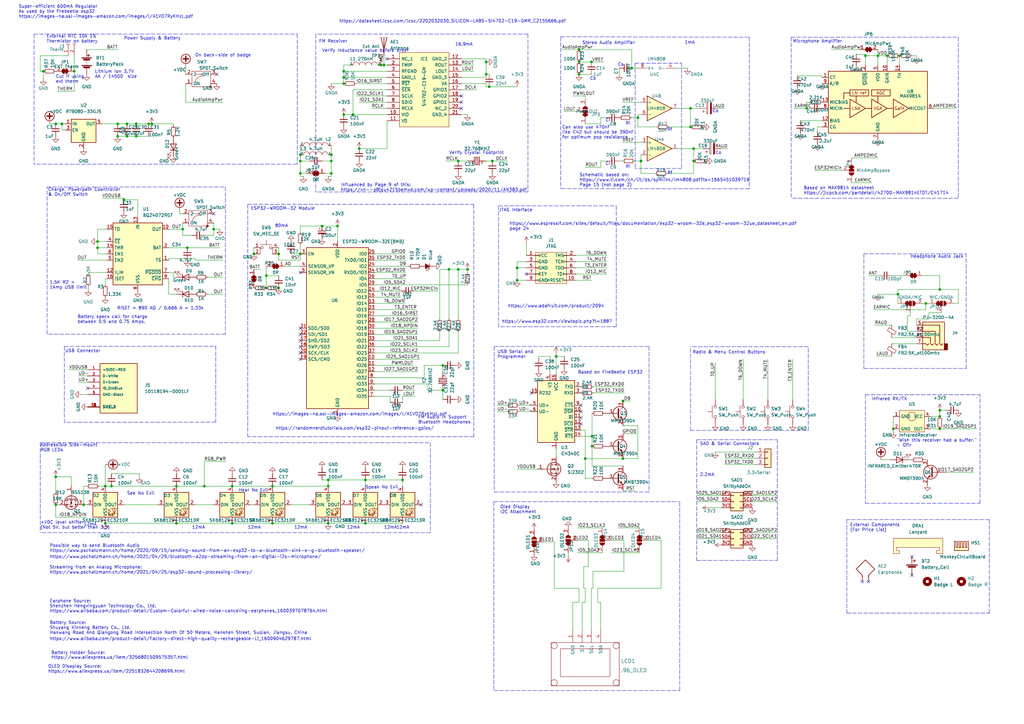
<source format=kicad_sch>
(kicad_sch (version 20211123) (generator eeschema)
  (paper "A3")
  (title_block (title "Monkey Badge for Hushcon") (date "2023-08-26") (rev "3.5") (company "PacketChat") (comment 1 "Copyright PacketChat"))
  (junction (at 242.824 178.943))
  (junction (at 140.97 29.21))
  (junction (at 385.445 170.815))
  (junction (at 262.89 66.04))
  (junction (at 123.19 63.5))
  (junction (at 50.8 81.915))
  (junction (at 187.96 110.49))
  (junction (at 134.62 196.85))
  (junction (at 55.88 50.8))
  (junction (at 149.86 196.85))
  (junction (at 135.89 71.12))
  (junction (at 30.48 29.21))
  (junction (at 354.965 22.86))
  (junction (at 34.29 207.01))
  (junction (at 212.09 114.935))
  (junction (at 156.21 26.67))
  (junction (at 140.97 46.99))
  (junction (at 242.824 183.007))
  (junction (at 123.19 66.04))
  (junction (at 111.76 199.39))
  (junction (at 212.09 109.855))
  (junction (at 62.23 50.8))
  (junction (at 48.26 55.88))
  (junction (at 109.22 113.03))
  (junction (at 242.57 25.4))
  (junction (at 201.93 66.04))
  (junction (at 135.89 63.5))
  (junction (at 237.49 30.48))
  (junction (at 363.855 22.86))
  (junction (at 60.96 50.8))
  (junction (at 157.48 26.67))
  (junction (at 22.86 207.01))
  (junction (at 25.4 50.8))
  (junction (at 385.445 118.745))
  (junction (at 72.39 199.39))
  (junction (at 138.43 92.71))
  (junction (at 283.21 44.45))
  (junction (at 123.19 71.12))
  (junction (at 199.39 25.4))
  (junction (at 284.48 66.04))
  (junction (at 55.88 55.88))
  (junction (at 283.21 52.07))
  (junction (at 165.1 196.85))
  (junction (at 95.25 199.39))
  (junction (at 76.835 101.6))
  (junction (at 40.005 99.06))
  (junction (at 140.97 31.75))
  (junction (at 74.93 93.98))
  (junction (at 184.15 110.49))
  (junction (at 140.97 34.29))
  (junction (at 149.86 214.63))
  (junction (at 187.96 66.04))
  (junction (at 144.78 46.99))
  (junction (at 52.07 55.88))
  (junction (at 368.3 120.65))
  (junction (at 83.82 199.39))
  (junction (at 72.39 214.63))
  (junction (at 379.73 124.46))
  (junction (at 135.89 66.04))
  (junction (at 132.08 92.71))
  (junction (at 228.092 146.177))
  (junction (at 45.72 199.39))
  (junction (at 261.62 48.26))
  (junction (at 240.03 188.087))
  (junction (at 259.08 27.94))
  (junction (at 22.86 50.8))
  (junction (at 52.07 50.8))
  (junction (at 147.32 60.96))
  (junction (at 200.66 35.56))
  (junction (at 134.62 199.39))
  (junction (at 114.3 118.11))
  (junction (at 111.76 214.63))
  (junction (at 181.61 149.86))
  (junction (at 43.18 214.63))
  (junction (at 109.22 118.11))
  (junction (at 199.39 30.48))
  (junction (at 368.935 22.86))
  (junction (at 123.19 104.14))
  (junction (at 360.045 22.86))
  (junction (at 17.78 29.21))
  (junction (at 255.524 188.087))
  (junction (at 114.3 104.14))
  (junction (at 95.25 214.63))
  (junction (at 255.524 164.465))
  (junction (at 191.77 110.49))
  (junction (at 40.005 101.6))
  (junction (at 330.835 44.45))
  (junction (at 181.61 160.02))
  (junction (at 284.48 60.96))
  (junction (at 134.62 214.63))
  (junction (at 43.18 199.39))
  (junction (at 237.49 25.4))
  (junction (at 87.63 93.98))
  (junction (at 366.395 175.895))
  (junction (at 48.26 50.8))
  (junction (at 22.86 195.58))
  (junction (at 104.14 104.14))
  (junction (at 385.445 168.275))
  (junction (at 385.445 175.895))
  (junction (at 237.49 20.32))
  (no_connect (at 215.9 112.395))
  (no_connect (at 88.9 30.48))
  (no_connect (at 158.75 24.13))
  (no_connect (at 189.23 44.45))
  (no_connect (at 374.015 228.346))
  (no_connect (at 374.015 235.966))
  (no_connect (at 35.941 159.258))
  (no_connect (at 217.932 161.163))
  (no_connect (at 238.252 173.863))
  (no_connect (at 238.252 168.783))
  (no_connect (at 238.252 171.323))
  (no_connect (at 238.252 166.243))
  (no_connect (at 172.72 207.01))
  (no_connect (at 189.23 41.91))
  (no_connect (at 189.23 39.37))
  (no_connect (at 353.695 238.506))
  (no_connect (at 356.235 238.506))
  (no_connect (at 87.63 87.63))
  (no_connect (at 123.19 137.16))
  (no_connect (at 123.19 147.32))
  (no_connect (at 123.19 142.24))
  (no_connect (at 123.19 139.7))
  (no_connect (at 123.19 144.78))
  (no_connect (at 123.19 134.62))
  (no_connect (at 123.19 111.76))
  (wire (pts (xy 40.005 101.6) (xy 43.815 101.6)))
  (wire (pts (xy 153.67 132.08) (xy 171.45 132.08)))
  (wire (pts (xy 140.97 31.75) (xy 140.97 34.29)))
  (wire (pts (xy 372.11 129.54) (xy 372.11 135.89)))
  (wire (pts (xy 220.98 146.939) (xy 220.98 146.177)))
  (wire (pts (xy 104.14 110.49) (xy 106.68 110.49)))
  (wire (pts (xy 283.21 44.45) (xy 278.13 44.45)))
  (wire (pts (xy 34.29 199.39) (xy 34.29 207.01)))
  (wire (pts (xy 135.89 71.12) (xy 135.89 72.39)))
  (wire (pts (xy 87.63 93.98) (xy 90.17 93.98)))
  (wire (pts (xy 31.75 106.68) (xy 43.815 106.68)))
  (wire (pts (xy 175.26 160.02) (xy 181.61 160.02)))
  (wire (pts (xy 25.4 50.8) (xy 22.86 50.8)))
  (polyline (pts (xy 347.345 251.46) (xy 405.765 251.46)))
  (wire (pts (xy 245.11 241.3) (xy 271.145 241.3)))
  (wire (pts (xy 236.22 107.315) (xy 248.92 107.315)))
  (wire (pts (xy 153.67 144.78) (xy 187.96 144.78)))
  (wire (pts (xy 199.39 30.48) (xy 200.66 30.48)))
  (wire (pts (xy 361.315 188.595) (xy 365.125 188.595)))
  (polyline (pts (xy 92.456 137.033) (xy 19.304 137.033)))
  (wire (pts (xy 330.835 44.45) (xy 332.105 44.45)))
  (polyline (pts (xy 307.34 15.24) (xy 307.34 77.47)))
  (wire (pts (xy 69.215 106.68) (xy 69.215 106.045)))
  (wire (pts (xy 231.14 45.72) (xy 236.22 45.72)))
  (wire (pts (xy 212.09 114.935) (xy 215.9 114.935)))
  (wire (pts (xy 382.905 44.45) (xy 392.43 44.45)))
  (wire (pts (xy 114.3 106.68) (xy 114.3 104.14)))
  (wire (pts (xy 181.61 149.86) (xy 181.61 152.4)))
  (wire (pts (xy 349.25 74.93) (xy 357.505 74.93)))
  (wire (pts (xy 284.48 60.96) (xy 288.29 60.96)))
  (wire (pts (xy 80.01 207.01) (xy 87.63 207.01)))
  (wire (pts (xy 240.03 188.087) (xy 255.524 188.087)))
  (wire (pts (xy 246.38 66.04) (xy 248.92 66.04)))
  (wire (pts (xy 261.62 174.625) (xy 261.62 188.087)))
  (wire (pts (xy 140.97 26.67) (xy 140.97 29.21)))
  (wire (pts (xy 153.67 160.02) (xy 160.02 160.02)))
  (wire (pts (xy 385.445 175.895) (xy 400.685 175.895)))
  (wire (pts (xy 149.86 214.63) (xy 165.1 214.63)))
  (polyline (pts (xy 216.535 13.97) (xy 216.535 78.74)))
  (polyline (pts (xy 176.53 181.61) (xy 176.53 218.44)))
  (wire (pts (xy 240.03 196.215) (xy 242.824 196.215)))
  (polyline (pts (xy 252.73 84.455) (xy 252.73 133.985)))
  (wire (pts (xy 135.89 71.12) (xy 133.35 71.12)))
  (wire (pts (xy 76.835 101.6) (xy 90.17 101.6)))
  (wire (pts (xy 215.9 107.315) (xy 212.09 107.315)))
  (wire (pts (xy 22.86 195.58) (xy 29.21 195.58)))
  (wire (pts (xy 378.46 124.46) (xy 379.73 124.46)))
  (wire (pts (xy 238.252 178.943) (xy 242.824 178.943)))
  (wire (pts (xy 242.824 191.135) (xy 255.524 191.135)))
  (wire (pts (xy 50.8 207.01) (xy 64.77 207.01)))
  (wire (pts (xy 234.95 247.015) (xy 237.49 247.015)))
  (wire (pts (xy 255.905 221.615) (xy 255.905 234.315)))
  (wire (pts (xy 123.19 106.68) (xy 123.19 104.14)))
  (wire (pts (xy 250.825 221.615) (xy 255.905 221.615)))
  (wire (pts (xy 132.08 92.71) (xy 138.43 92.71)))
  (wire (pts (xy 255.524 164.465) (xy 258.572 164.465)))
  (polyline (pts (xy 16.51 181.61) (xy 176.53 181.61)))
  (wire (pts (xy 366.395 170.815) (xy 366.395 175.895)))
  (wire (pts (xy 236.22 114.935) (xy 242.57 114.935)))
  (wire (pts (xy 337.185 52.07) (xy 335.28 52.07)))
  (wire (pts (xy 147.32 41.91) (xy 158.75 41.91)))
  (wire (pts (xy 337.185 31.75) (xy 337.185 31.115)))
  (wire (pts (xy 114.3 106.68) (xy 123.19 106.68)))
  (wire (pts (xy 242.824 169.545) (xy 242.824 178.943)))
  (wire (pts (xy 359.41 146.05) (xy 365.76 146.05)))
  (wire (pts (xy 246.38 258.445) (xy 246.38 247.015)))
  (polyline (pts (xy 260.477 25.908) (xy 279.527 25.908)))
  (wire (pts (xy 365.76 140.97) (xy 375.92 140.97)))
  (wire (pts (xy 187.96 110.49) (xy 187.96 130.81)))
  (wire (pts (xy 123.19 100.33) (xy 123.19 104.14)))
  (wire (pts (xy 153.67 139.7) (xy 180.34 139.7)))
  (wire (pts (xy 43.815 114.3) (xy 43.18 114.3)))
  (wire (pts (xy 243.332 158.623) (xy 256.032 158.623)))
  (wire (pts (xy 78.74 96.52) (xy 74.93 96.52)))
  (wire (pts (xy 255.27 58.42) (xy 262.89 58.42)))
  (wire (pts (xy 351.155 22.225) (xy 354.965 22.225)))
  (wire (pts (xy 157.48 22.86) (xy 157.48 26.67)))
  (wire (pts (xy 143.51 26.67) (xy 140.97 26.67)))
  (wire (pts (xy 378.46 113.03) (xy 385.445 113.03)))
  (wire (pts (xy 40.005 104.14) (xy 43.815 104.14)))
  (wire (pts (xy 102.87 207.01) (xy 104.14 207.01)))
  (wire (pts (xy 255.27 66.04) (xy 254 66.04)))
  (wire (pts (xy 187.96 135.89) (xy 187.96 144.78)))
  (wire (pts (xy 260.35 66.04) (xy 262.89 66.04)))
  (wire (pts (xy 165.1 196.85) (xy 165.1 199.39)))
  (wire (pts (xy 360.045 20.32) (xy 360.045 22.86)))
  (wire (pts (xy 356.235 113.03) (xy 360.68 113.03)))
  (wire (pts (xy 266.065 221.615) (xy 271.145 221.615)))
  (polyline (pts (xy 202.692 142.113) (xy 202.692 201.803)))
  (wire (pts (xy 325.755 44.45) (xy 330.835 44.45)))
  (wire (pts (xy 246.38 50.8) (xy 240.03 50.8)))
  (wire (pts (xy 240.03 176.403) (xy 240.03 188.087)))
  (wire (pts (xy 295.91 60.96) (xy 298.45 60.96)))
  (wire (pts (xy 144.78 36.83) (xy 144.78 46.99)))
  (polyline (pts (xy 283.21 176.53) (xy 283.21 142.24)))
  (polyline (pts (xy 204.47 84.455) (xy 204.47 133.985)))
  (wire (pts (xy 119.38 207.01) (xy 127 207.01)))
  (wire (pts (xy 375.92 130.81) (xy 375.92 133.35)))
  (wire (pts (xy 153.67 106.68) (xy 166.37 106.68)))
  (wire (pts (xy 365.76 113.03) (xy 370.84 113.03)))
  (wire (pts (xy 250.825 226.695) (xy 262.255 226.695)))
  (polyline (pts (xy 354.33 151.13) (xy 396.24 151.13)))
  (wire (pts (xy 285.75 220.98) (xy 295.91 220.98)))
  (wire (pts (xy 242.57 241.3) (xy 242.57 258.445)))
  (polyline (pts (xy 202.565 283.21) (xy 278.765 283.21)))
  (wire (pts (xy 372.11 129.54) (xy 373.38 129.54)))
  (wire (pts (xy 238.76 247.015) (xy 240.03 247.015)))
  (wire (pts (xy 228.092 144.907) (xy 228.092 146.177)))
  (wire (pts (xy 87.63 96.52) (xy 87.63 93.98)))
  (polyline (pts (xy 354.965 206.375) (xy 401.955 206.375)))
  (wire (pts (xy 135.89 34.29) (xy 140.97 34.29)))
  (polyline (pts (xy 129.54 13.97) (xy 129.54 78.74)))
  (wire (pts (xy 271.145 221.615) (xy 271.145 241.3)))
  (wire (pts (xy 17.78 29.21) (xy 17.78 32.385)))
  (wire (pts (xy 228.092 146.177) (xy 231.394 146.177)))
  (wire (pts (xy 191.77 110.49) (xy 187.96 110.49)))
  (wire (pts (xy 153.67 121.92) (xy 164.465 121.92)))
  (wire (pts (xy 290.83 208.28) (xy 295.91 208.28)))
  (wire (pts (xy 393.065 124.46) (xy 393.065 118.745)))
  (wire (pts (xy 262.89 71.12) (xy 268.605 71.12)))
  (wire (pts (xy 241.3 232.41) (xy 239.395 232.41)))
  (wire (pts (xy 40.005 93.98) (xy 40.005 99.06)))
  (wire (pts (xy 69.215 120.65) (xy 72.39 120.65)))
  (wire (pts (xy 26.67 53.34) (xy 25.4 53.34)))
  (wire (pts (xy 274.32 52.07) (xy 283.21 52.07)))
  (wire (pts (xy 255.524 188.087) (xy 261.62 188.087)))
  (wire (pts (xy 273.685 71.12) (xy 284.48 71.12)))
  (wire (pts (xy 43.815 93.98) (xy 40.005 93.98)))
  (wire (pts (xy 144.78 46.99) (xy 158.75 46.99)))
  (wire (pts (xy 236.855 216.535) (xy 247.015 216.535)))
  (wire (pts (xy 253.365 216.535) (xy 262.255 216.535)))
  (polyline (pts (xy 331.47 142.24) (xy 283.21 142.24)))
  (wire (pts (xy 56.515 81.915) (xy 56.515 88.9)))
  (wire (pts (xy 259.08 27.94) (xy 261.62 27.94)))
  (wire (pts (xy 138.43 92.71) (xy 138.43 99.06)))
  (wire (pts (xy 308.61 218.44) (xy 318.77 218.44)))
  (wire (pts (xy 237.49 241.3) (xy 237.49 247.015)))
  (wire (pts (xy 255.27 164.465) (xy 255.524 164.465)))
  (wire (pts (xy 212.09 109.855) (xy 215.9 109.855)))
  (wire (pts (xy 50.8 81.28) (xy 50.8 81.915)))
  (wire (pts (xy 239.395 241.3) (xy 240.03 241.3)))
  (wire (pts (xy 169.545 119.38) (xy 179.705 119.38)))
  (wire (pts (xy 379.095 188.595) (xy 380.365 188.595)))
  (wire (pts (xy 40.005 101.6) (xy 40.005 104.14)))
  (wire (pts (xy 379.73 124.46) (xy 381 124.46)))
  (wire (pts (xy 123.19 92.71) (xy 132.08 92.71)))
  (wire (pts (xy 189.23 34.29) (xy 199.39 34.29)))
  (polyline (pts (xy 260.477 25.908) (xy 260.477 69.088)))
  (wire (pts (xy 247.65 25.4) (xy 242.57 25.4)))
  (wire (pts (xy 255.524 201.295) (xy 260.35 201.295)))
  (wire (pts (xy 135.89 66.04) (xy 132.08 66.04)))
  (wire (pts (xy 238.76 258.445) (xy 238.76 247.015)))
  (wire (pts (xy 212.09 109.855) (xy 212.09 114.935)))
  (polyline (pts (xy 307.34 77.47) (xy 229.997 77.343)))
  (wire (pts (xy 69.215 111.76) (xy 71.12 111.76)))
  (wire (pts (xy 111.76 214.63) (xy 134.62 214.63)))
  (polyline (pts (xy 204.47 84.455) (xy 252.73 84.455)))
  (wire (pts (xy 146.05 39.37) (xy 158.75 39.37)))
  (wire (pts (xy 55.88 50.8) (xy 60.96 50.8)))
  (wire (pts (xy 195.58 36.83) (xy 189.23 36.83)))
  (wire (pts (xy 60.96 50.8) (xy 62.23 50.8)))
  (wire (pts (xy 261.62 46.99) (xy 262.89 46.99)))
  (wire (pts (xy 153.67 147.32) (xy 172.212 147.32)))
  (wire (pts (xy 69.215 93.98) (xy 74.93 93.98)))
  (wire (pts (xy 76.2 34.29) (xy 76.2 41.91)))
  (wire (pts (xy 69.215 114.3) (xy 69.215 120.65)))
  (wire (pts (xy 297.18 190.5) (xy 309.88 190.5)))
  (wire (pts (xy 363.855 22.86) (xy 360.045 22.86)))
  (wire (pts (xy 134.62 196.85) (xy 134.62 199.39)))
  (wire (pts (xy 175.26 157.48) (xy 175.26 160.02)))
  (wire (pts (xy 255.905 234.315) (xy 243.205 234.315)))
  (wire (pts (xy 123.19 63.5) (xy 123.19 66.04)))
  (wire (pts (xy 304.8 147.32) (xy 304.8 163.83)))
  (polyline (pts (xy 202.565 205.74) (xy 202.565 283.21)))
  (wire (pts (xy 153.67 157.48) (xy 175.26 157.48)))
  (wire (pts (xy 283.21 44.45) (xy 283.21 52.07)))
  (polyline (pts (xy 405.765 213.106) (xy 347.345 213.106)))
  (wire (pts (xy 261.62 48.26) (xy 261.62 52.07)))
  (wire (pts (xy 87.63 93.98) (xy 87.63 91.44)))
  (wire (pts (xy 381 130.81) (xy 375.92 130.81)))
  (polyline (pts (xy 331.47 176.53) (xy 331.47 142.24)))
  (wire (pts (xy 236.855 221.615) (xy 241.3 221.615)))
  (wire (pts (xy 52.07 50.8) (xy 55.88 50.8)))
  (wire (pts (xy 36.195 111.76) (xy 36.195 112.395)))
  (wire (pts (xy 116.84 109.22) (xy 123.19 109.22)))
  (polyline (pts (xy 19.304 137.033) (xy 19.304 76.708)))
  (wire (pts (xy 203.962 168.783) (xy 207.772 168.783)))
  (polyline (pts (xy 88.519 141.986) (xy 88.519 173.101)))
  (wire (pts (xy 35.56 20.32) (xy 48.26 20.32)))
  (wire (pts (xy 22.86 207.01) (xy 24.13 207.01)))
  (wire (pts (xy 363.855 26.67) (xy 363.855 22.86)))
  (polyline (pts (xy 283.21 176.53) (xy 331.47 176.53)))
  (wire (pts (xy 208.28 66.04) (xy 201.93 66.04)))
  (wire (pts (xy 237.49 20.32) (xy 259.08 20.32)))
  (wire (pts (xy 259.08 20.32) (xy 259.08 27.94)))
  (wire (pts (xy 40.005 99.06) (xy 40.005 101.6)))
  (wire (pts (xy 35.56 199.39) (xy 34.29 199.39)))
  (wire (pts (xy 199.39 66.04) (xy 201.93 66.04)))
  (wire (pts (xy 52.07 55.88) (xy 55.88 55.88)))
  (wire (pts (xy 180.34 110.49) (xy 180.34 130.81)))
  (wire (pts (xy 48.26 55.88) (xy 52.07 55.88)))
  (wire (pts (xy 330.835 41.91) (xy 330.835 44.45)))
  (wire (pts (xy 41.91 81.28) (xy 50.8 81.28)))
  (wire (pts (xy 123.19 71.12) (xy 123.19 72.39)))
  (wire (pts (xy 71.12 111.76) (xy 71.12 113.665)))
  (wire (pts (xy 80.01 106.045) (xy 80.01 106.68)))
  (wire (pts (xy 153.67 116.84) (xy 191.77 116.84)))
  (wire (pts (xy 158.75 60.96) (xy 158.75 49.53)))
  (wire (pts (xy 85.09 113.665) (xy 91.44 113.665)))
  (wire (pts (xy 360.045 120.65) (xy 368.3 120.65)))
  (polyline (pts (xy 229.997 15.113) (xy 307.34 15.24)))
  (wire (pts (xy 393.065 118.745) (xy 385.445 118.745)))
  (polyline (pts (xy 121.92 13.97) (xy 121.92 67.31)))
  (wire (pts (xy 35.56 207.01) (xy 34.29 207.01)))
  (wire (pts (xy 76.2 41.91) (xy 91.44 41.91)))
  (wire (pts (xy 153.67 137.16) (xy 171.45 137.16)))
  (wire (pts (xy 358.775 133.35) (xy 365.76 133.35)))
  (wire (pts (xy 158.75 31.75) (xy 140.97 31.75)))
  (wire (pts (xy 83.82 199.39) (xy 95.25 199.39)))
  (wire (pts (xy 308.61 203.2) (xy 318.77 203.2)))
  (wire (pts (xy 26.67 50.8) (xy 25.4 50.8)))
  (polyline (pts (xy 405.765 251.46) (xy 405.765 213.106)))
  (wire (pts (xy 385.445 118.745) (xy 368.3 118.745)))
  (wire (pts (xy 199.39 31.75) (xy 199.39 30.48)))
  (wire (pts (xy 189.23 29.21) (xy 194.31 29.21)))
  (wire (pts (xy 332.105 41.91) (xy 330.835 41.91)))
  (wire (pts (xy 187.96 110.49) (xy 184.15 110.49)))
  (wire (pts (xy 284.48 60.96) (xy 278.13 60.96)))
  (polyline (pts (xy 278.765 283.21) (xy 278.765 205.74)))
  (wire (pts (xy 80.01 106.68) (xy 91.44 106.68)))
  (wire (pts (xy 123.19 59.69) (xy 123.19 63.5)))
  (wire (pts (xy 152.4 44.45) (xy 158.75 44.45)))
  (wire (pts (xy 228.092 146.177) (xy 228.092 153.543)))
  (wire (pts (xy 385.445 168.275) (xy 385.445 170.815)))
  (wire (pts (xy 160.02 162.56) (xy 160.02 165.1)))
  (wire (pts (xy 173.99 154.94) (xy 173.99 149.86)))
  (wire (pts (xy 239.395 232.41) (xy 239.395 241.3)))
  (wire (pts (xy 328.295 49.53) (xy 337.185 49.53)))
  (wire (pts (xy 22.86 50.8) (xy 20.32 50.8)))
  (wire (pts (xy 236.22 109.855) (xy 248.92 109.855)))
  (wire (pts (xy 50.8 81.915) (xy 56.515 81.915)))
  (wire (pts (xy 149.86 196.85) (xy 149.86 199.39)))
  (wire (pts (xy 40.64 199.39) (xy 43.18 199.39)))
  (wire (pts (xy 254 27.94) (xy 254 30.48)))
  (wire (pts (xy 30.48 22.86) (xy 30.48 29.21)))
  (wire (pts (xy 349.25 64.77) (xy 360.045 64.77)))
  (polyline (pts (xy 347.345 213.106) (xy 347.345 215.646)))
  (wire (pts (xy 184.15 135.89) (xy 184.15 142.24)))
  (polyline (pts (xy 121.92 67.31) (xy 13.97 67.31)))
  (wire (pts (xy 71.12 51.435) (xy 71.12 50.8)))
  (wire (pts (xy 35.56 212.09) (xy 22.86 212.09)))
  (wire (pts (xy 109.22 113.03) (xy 114.3 113.03)))
  (wire (pts (xy 158.75 36.83) (xy 144.78 36.83)))
  (wire (pts (xy 212.852 166.243) (xy 217.932 166.243)))
  (wire (pts (xy 262.89 66.04) (xy 262.89 71.12)))
  (wire (pts (xy 104.14 101.6) (xy 104.14 104.14)))
  (wire (pts (xy 73.66 86.36) (xy 73.66 87.63)))
  (wire (pts (xy 135.89 59.69) (xy 135.89 63.5)))
  (wire (pts (xy 16.51 22.86) (xy 27.94 22.86)))
  (wire (pts (xy 153.67 142.24) (xy 184.15 142.24)))
  (polyline (pts (xy 216.535 13.97) (xy 129.54 13.97)))
  (wire (pts (xy 391.16 124.46) (xy 393.065 124.46)))
  (wire (pts (xy 123.19 66.04) (xy 123.19 71.12)))
  (wire (pts (xy 32.131 154.178) (xy 35.941 154.178)))
  (wire (pts (xy 153.67 149.86) (xy 169.545 149.86)))
  (wire (pts (xy 360.045 26.67) (xy 360.045 22.86)))
  (wire (pts (xy 358.14 127) (xy 379.73 127)))
  (wire (pts (xy 135.89 72.39) (xy 134.62 72.39)))
  (polyline (pts (xy 101.6 83.82) (xy 101.6 179.07)))
  (wire (pts (xy 153.67 114.3) (xy 166.624 114.3)))
  (polyline (pts (xy 13.97 13.97) (xy 121.92 13.97)))
  (wire (pts (xy 153.67 111.76) (xy 166.37 111.76)))
  (wire (pts (xy 153.67 162.56) (xy 160.02 162.56)))
  (polyline (pts (xy 26.416 142.113) (xy 88.519 141.986)))
  (wire (pts (xy 36.195 117.475) (xy 36.195 118.745)))
  (polyline (pts (xy 16.51 181.61) (xy 16.51 218.44)))
  (polyline (pts (xy 202.692 142.113) (xy 266.192 142.113)))
  (wire (pts (xy 240.03 68.58) (xy 246.38 68.58)))
  (wire (pts (xy 127 66.04) (xy 123.19 66.04)))
  (wire (pts (xy 83.82 189.23) (xy 83.82 199.39)))
  (wire (pts (xy 241.3 221.615) (xy 241.3 232.41)))
  (wire (pts (xy 222.885 222.25) (xy 227.33 222.25)))
  (wire (pts (xy 354.965 22.225) (xy 354.965 22.86)))
  (polyline (pts (xy 393.065 15.24) (xy 393.065 81.28)))
  (polyline (pts (xy 266.192 201.803) (xy 202.692 201.803)))
  (wire (pts (xy 381 128.27) (xy 386.08 128.27)))
  (wire (pts (xy 368.935 22.86) (xy 368.935 26.67)))
  (wire (pts (xy 16.51 29.21) (xy 17.78 29.21)))
  (wire (pts (xy 165.1 160.02) (xy 170.18 160.02)))
  (wire (pts (xy 73.66 87.63) (xy 74.93 87.63)))
  (wire (pts (xy 153.67 119.38) (xy 164.465 119.38)))
  (polyline (pts (xy 354.33 104.14) (xy 396.24 104.14)))
  (polyline (pts (xy 266.192 142.113) (xy 266.192 201.803)))
  (polyline (pts (xy 347.345 215.646) (xy 347.345 251.46)))
  (wire (pts (xy 200.66 35.56) (xy 212.09 35.56)))
  (wire (pts (xy 184.15 110.49) (xy 180.34 110.49)))
  (wire (pts (xy 199.39 35.56) (xy 200.66 35.56)))
  (wire (pts (xy 22.86 195.58) (xy 22.86 201.93)))
  (wire (pts (xy 295.91 218.44) (xy 285.75 218.44)))
  (wire (pts (xy 156.21 26.67) (xy 157.48 26.67)))
  (wire (pts (xy 308.61 220.98) (xy 318.77 220.98)))
  (polyline (pts (xy 252.73 133.985) (xy 204.47 133.985)))
  (polyline (pts (xy 401.955 206.375) (xy 401.955 161.925)))
  (wire (pts (xy 242.824 183.007) (xy 242.824 191.135)))
  (wire (pts (xy 227.33 222.25) (xy 227.33 241.3)))
  (polyline (pts (xy 229.997 15.113) (xy 229.997 77.343)))
  (wire (pts (xy 242.824 178.943) (xy 242.824 183.007)))
  (wire (pts (xy 146.05 34.29) (xy 158.75 34.29)))
  (wire (pts (xy 83.82 96.52) (xy 87.63 96.52)))
  (wire (pts (xy 165.1 162.56) (xy 170.18 162.56)))
  (wire (pts (xy 153.67 127) (xy 170.942 127)))
  (wire (pts (xy 199.39 24.13) (xy 199.39 25.4)))
  (wire (pts (xy 276.86 27.94) (xy 281.94 27.94)))
  (wire (pts (xy 212.09 107.315) (xy 212.09 109.855)))
  (wire (pts (xy 199.39 25.4) (xy 199.39 30.48)))
  (wire (pts (xy 111.76 199.39) (xy 134.62 199.39)))
  (wire (pts (xy 234.95 258.445) (xy 234.95 247.015)))
  (wire (pts (xy 33.401 161.798) (xy 35.941 161.798)))
  (wire (pts (xy 55.88 55.88) (xy 60.96 55.88)))
  (wire (pts (xy 191.77 110.49) (xy 191.77 111.76)))
  (wire (pts (xy 119.38 104.14) (xy 123.19 104.14)))
  (wire (pts (xy 189.23 26.67) (xy 194.31 26.67)))
  (wire (pts (xy 246.38 247.015) (xy 245.11 247.015)))
  (wire (pts (xy 92.71 189.23) (xy 83.82 189.23)))
  (wire (pts (xy 43.18 190.5) (xy 43.18 199.39)))
  (wire (pts (xy 375.92 22.86) (xy 375.92 23.495)))
  (wire (pts (xy 293.37 148.59) (xy 293.37 163.83)))
  (wire (pts (xy 368.3 118.745) (xy 368.3 120.65)))
  (wire (pts (xy 236.22 104.775) (xy 248.92 104.775)))
  (wire (pts (xy 368.3 120.65) (xy 368.3 124.46)))
  (wire (pts (xy 225.552 153.543) (xy 225.552 146.177)))
  (wire (pts (xy 240.03 40.64) (xy 240.03 39.37)))
  (polyline (pts (xy 13.97 13.97) (xy 13.97 67.31)))
  (polyline (pts (xy 279.527 25.908) (xy 279.527 69.088)))
  (polyline (pts (xy 324.485 15.24) (xy 393.065 15.24)))
  (wire (pts (xy 30.48 29.21) (xy 30.48 37.465)))
  (polyline (pts (xy 279.527 69.088) (xy 260.477 69.088)))
  (wire (pts (xy 109.22 109.22) (xy 109.22 113.03)))
  (wire (pts (xy 16.51 22.86) (xy 16.51 29.21)))
  (wire (pts (xy 246.38 48.26) (xy 246.38 50.8)))
  (wire (pts (xy 140.97 46.99) (xy 144.78 46.99)))
  (wire (pts (xy 57.15 194.31) (xy 57.15 195.58)))
  (wire (pts (xy 153.67 129.54) (xy 171.45 129.54)))
  (wire (pts (xy 43.18 214.63) (xy 72.39 214.63)))
  (wire (pts (xy 399.415 193.675) (xy 387.985 193.675)))
  (polyline (pts (xy 285.75 180.34) (xy 318.77 180.34)))
  (wire (pts (xy 45.72 199.39) (xy 72.39 199.39)))
  (polyline (pts (xy 285.75 229.87) (xy 318.77 229.87)))
  (wire (pts (xy 125.73 71.12) (xy 123.19 71.12)))
  (wire (pts (xy 245.11 247.015) (xy 245.11 241.3)))
  (wire (pts (xy 381 128.27) (xy 381 130.81)))
  (wire (pts (xy 372.745 188.595) (xy 374.015 188.595)))
  (wire (pts (xy 23.495 37.465) (xy 30.48 37.465)))
  (wire (pts (xy 373.38 129.54) (xy 373.38 128.27)))
  (wire (pts (xy 135.89 66.04) (xy 135.89 71.12)))
  (wire (pts (xy 109.22 113.03) (xy 109.22 118.11)))
  (wire (pts (xy 255.524 174.625) (xy 261.62 174.625)))
  (wire (pts (xy 334.01 69.85) (xy 345.44 69.85)))
  (wire (pts (xy 45.72 194.31) (xy 57.15 194.31)))
  (wire (pts (xy 228.092 184.023) (xy 228.092 187.325)))
  (wire (pts (xy 43.18 199.39) (xy 45.72 199.39)))
  (wire (pts (xy 114.3 101.6) (xy 114.3 104.14)))
  (wire (pts (xy 173.99 149.86) (xy 181.61 149.86)))
  (polyline (pts (xy 176.53 218.44) (xy 16.51 218.44)))
  (wire (pts (xy 379.73 127) (xy 379.73 124.46)))
  (wire (pts (xy 153.67 134.62) (xy 171.45 134.62)))
  (wire (pts (xy 354.965 22.86) (xy 360.045 22.86)))
  (wire (pts (xy 284.48 60.96) (xy 284.48 66.04)))
  (wire (pts (xy 153.67 104.14) (xy 166.37 104.14)))
  (wire (pts (xy 374.015 22.86) (xy 375.92 22.86)))
  (wire (pts (xy 381.635 175.895) (xy 385.445 175.895)))
  (polyline (pts (xy 19.304 76.708) (xy 92.456 76.708)))
  (wire (pts (xy 69.215 106.045) (xy 80.01 106.045)))
  (wire (pts (xy 366.395 175.895) (xy 366.395 177.165)))
  (wire (pts (xy 259.08 48.26) (xy 261.62 48.26)))
  (wire (pts (xy 283.21 44.45) (xy 287.02 44.45)))
  (wire (pts (xy 72.39 214.63) (xy 95.25 214.63)))
  (wire (pts (xy 43.18 114.3) (xy 43.18 116.84)))
  (polyline (pts (xy 216.535 78.74) (xy 129.54 78.74)))
  (wire (pts (xy 74.93 91.44) (xy 74.93 93.98)))
  (polyline (pts (xy 101.6 83.82) (xy 194.31 83.82)))
  (wire (pts (xy 314.96 147.32) (xy 314.96 163.83)))
  (wire (pts (xy 284.48 71.12) (xy 284.48 66.04)))
  (wire (pts (xy 157.48 26.67) (xy 158.75 26.67)))
  (wire (pts (xy 165.1 165.1) (xy 165.1 162.56)))
  (wire (pts (xy 189.23 24.13) (xy 199.39 24.13)))
  (wire (pts (xy 243.332 161.163) (xy 256.032 161.163)))
  (wire (pts (xy 243.205 241.3) (xy 242.57 241.3)))
  (wire (pts (xy 25.4 53.34) (xy 25.4 50.8)))
  (wire (pts (xy 41.91 50.8) (xy 48.26 50.8)))
  (wire (pts (xy 365.76 138.43) (xy 375.92 138.43)))
  (wire (pts (xy 255.524 177.927) (xy 261.112 177.927)))
  (wire (pts (xy 240.03 188.087) (xy 240.03 196.215)))
  (wire (pts (xy 372.11 135.89) (xy 375.92 135.89)))
  (wire (pts (xy 153.67 152.4) (xy 171.45 152.4)))
  (wire (pts (xy 134.62 214.63) (xy 149.86 214.63)))
  (wire (pts (xy 95.25 199.39) (xy 111.76 199.39)))
  (wire (pts (xy 340.995 20.32) (xy 352.425 20.32)))
  (polyline (pts (xy 202.565 205.74) (xy 278.765 205.74)))
  (wire (pts (xy 236.22 112.395) (xy 248.92 112.395)))
  (wire (pts (xy 85.09 120.65) (xy 91.44 120.65)))
  (wire (pts (xy 385.445 113.03) (xy 385.445 118.745)))
  (wire (pts (xy 285.75 203.2) (xy 295.91 203.2)))
  (wire (pts (xy 74.93 96.52) (xy 74.93 93.98)))
  (polyline (pts (xy 354.965 161.925) (xy 401.955 161.925)))
  (wire (pts (xy 135.89 63.5) (xy 135.89 66.04)))
  (wire (pts (xy 233.045 226.695) (xy 233.045 227.965)))
  (polyline (pts (xy 194.31 179.07) (xy 101.6 179.07)))
  (wire (pts (xy 153.67 124.46) (xy 166.116 124.46)))
  (wire (pts (xy 212.09 192.405) (xy 220.472 192.405)))
  (wire (pts (xy 203.962 166.243) (xy 207.772 166.243)))
  (wire (pts (xy 182.88 66.04) (xy 187.96 66.04)))
  (wire (pts (xy 220.98 146.177) (xy 225.552 146.177)))
  (wire (pts (xy 246.38 68.58) (xy 246.38 66.04)))
  (wire (pts (xy 95.25 214.63) (xy 111.76 214.63)))
  (polyline (pts (xy 324.485 15.24) (xy 324.485 81.28)))
  (wire (pts (xy 199.39 34.29) (xy 199.39 35.56)))
  (wire (pts (xy 248.92 48.26) (xy 246.38 48.26)))
  (polyline (pts (xy 88.519 173.101) (xy 26.416 173.228)))
  (wire (pts (xy 234.95 39.37) (xy 240.03 39.37)))
  (wire (pts (xy 240.03 241.3) (xy 240.03 247.015)))
  (wire (pts (xy 354.965 26.67) (xy 354.965 22.86)))
  (wire (pts (xy 69.215 101.6) (xy 76.835 101.6)))
  (wire (pts (xy 189.23 31.75) (xy 199.39 31.75)))
  (polyline (pts (xy 396.24 151.13) (xy 396.24 104.14)))
  (polyline (pts (xy 26.416 142.113) (xy 26.416 173.228)))
  (wire (pts (xy 297.18 187.96) (xy 309.88 187.96)))
  (wire (pts (xy 261.62 48.26) (xy 261.62 46.99)))
  (wire (pts (xy 189.23 46.99) (xy 191.77 46.99)))
  (polyline (pts (xy 393.065 81.28) (xy 324.485 81.28)))
  (polyline (pts (xy 318.77 229.87) (xy 318.77 180.34)))
  (wire (pts (xy 242.57 25.4) (xy 237.49 25.4)))
  (wire (pts (xy 293.37 185.42) (xy 309.88 185.42)))
  (wire (pts (xy 72.39 199.39) (xy 83.82 199.39)))
  (wire (pts (xy 149.86 196.85) (xy 165.1 196.85)))
  (wire (pts (xy 48.26 50.8) (xy 52.07 50.8)))
  (polyline (pts (xy 354.965 161.925) (xy 354.965 206.375)))
  (wire (pts (xy 227.33 241.3) (xy 237.49 241.3)))
  (wire (pts (xy 147.32 60.96) (xy 158.75 60.96)))
  (wire (pts (xy 262.89 63.5) (xy 262.89 66.04)))
  (wire (pts (xy 71.12 50.8) (xy 62.23 50.8)))
  (wire (pts (xy 28.321 151.638) (xy 35.941 151.638)))
  (wire (pts (xy 255.27 41.91) (xy 262.89 41.91)))
  (wire (pts (xy 43.815 111.76) (xy 36.195 111.76)))
  (wire (pts (xy 230.505 20.32) (xy 237.49 20.32)))
  (wire (pts (xy 140.97 29.21) (xy 140.97 31.75)))
  (wire (pts (xy 327.025 31.115) (xy 337.185 31.115)))
  (wire (pts (xy 140.97 29.21) (xy 158.75 29.21)))
  (wire (pts (xy 212.852 168.783) (xy 217.932 168.783)))
  (wire (pts (xy 132.08 196.85) (xy 134.62 196.85)))
  (wire (pts (xy 215.9 99.695) (xy 215.9 104.775)))
  (wire (pts (xy 153.67 154.94) (xy 173.99 154.94)))
  (wire (pts (xy 385.445 168.275) (xy 387.985 168.275)))
  (wire (pts (xy 237.49 30.48) (xy 242.57 30.48)))
  (wire (pts (xy 123.19 95.25) (xy 123.19 92.71)))
  (polyline (pts (xy 285.75 180.34) (xy 285.75 229.87)))
  (wire (pts (xy 71.12 113.665) (xy 72.39 113.665)))
  (polyline (pts (xy 92.456 76.708) (xy 92.456 137.033)))
  (wire (pts (xy 325.12 147.32) (xy 325.12 163.83)))
  (wire (pts (xy 285.75 205.74) (xy 295.91 205.74)))
  (wire (pts (xy 261.62 52.07) (xy 269.24 52.07)))
  (wire (pts (xy 153.67 109.22) (xy 167.64 109.22)))
  (wire (pts (xy 180.34 135.89) (xy 180.34 139.7)))
  (wire (pts (xy 294.64 44.45) (xy 297.18 44.45)))
  (polyline (pts (xy 194.31 83.82) (xy 194.31 179.07)))
  (wire (pts (xy 29.21 195.58) (xy 29.21 199.39)))
  (wire (pts (xy 76.2 27.305) (xy 76.2 30.48)))
  (wire (pts (xy 134.62 196.85) (xy 149.86 196.85)))
  (wire (pts (xy 32.131 156.718) (xy 35.941 156.718)))
  (polyline (pts (xy 354.33 104.14) (xy 354.33 151.13)))
  (wire (pts (xy 124.46 72.39) (xy 123.19 72.39)))
  (wire (pts (xy 43.815 99.06) (xy 40.005 99.06)))
  (wire (pts (xy 238.252 176.403) (xy 240.03 176.403)))
  (wire (pts (xy 236.855 226.695) (xy 247.015 226.695)))
  (wire (pts (xy 335.28 52.07) (xy 335.28 53.975)))
  (wire (pts (xy 243.205 234.315) (xy 243.205 241.3)))
  (wire (pts (xy 308.61 205.74) (xy 318.77 205.74)))
  (wire (pts (xy 184.15 110.49) (xy 184.15 130.81)))
  (wire (pts (xy 22.86 212.09) (xy 22.86 207.01)))
  (wire (pts (xy 181.61 160.02) (xy 181.61 163.83)))
  (wire (pts (xy 187.96 66.04) (xy 191.77 66.04)))
  (wire (pts (xy 381.635 170.815) (xy 385.445 170.815)))
  (text "See No Evil" (at 52.07 203.2 0) (effects (font (size 1.27 1.27)) (justify left bottom)))
  (text "Can also use 470nF\nlike C42 but should be 390nF\nfor optimum pop resistance" (at 230.505 57.15 0) (effects (font (size 1.27 1.27)) (justify left bottom)))
  (text "https://www.alibaba.com/product-detail/Factory-direct-high-quality-rechargeable-Li_1600904629787.html" (at 20.32 262.89 0) (effects (font (size 1.27 1.27)) (justify left bottom)))
  (text "Addressible Side-mount\nRGB LEDs" (at 16.51 185.42 0) (effects (font (size 1.27 1.27)) (justify left bottom)))
  (text "Battery specs call for charge\nbetween 0.5 and 0.75 Amps." (at 31.75 132.842 0) (effects (font (size 1.27 1.27)) (justify left bottom)))
  (text "https://www.aliexpress.us/item/3256801509575357.html" (at 20.955 270.51 0) (effects (font (size 1.27 1.27)) (justify left bottom)))
  (text "12mA" (at 162.56 217.17 0) (effects (font (size 1.27 1.27)) (justify left bottom)))
  (text "Speak No Evil" (at 149.86 200.66 0) (effects (font (size 1.27 1.27)) (justify left bottom)))
  (text "https://datasheet.lcsc.com/lcsc/2202032030_SILICON-LABS-SI4702-C19-GMR_C2155666.pdf" (at 139.065 9.525 0) (effects (font (size 1.27 1.27)) (justify left bottom)))
  (text "On back-side of badge" (at 80.01 23.495 0) (effects (font (size 1.27 1.27)) (justify left bottom)))
  (text "Rf" (at 273.685 53.975 0) (effects (font (size 1.27 1.27)) (justify left bottom)))
  (text "Ri" (at 256.54 69.215 0) (effects (font (size 1.27 1.27)) (justify left bottom)))
  (text "Co" (at 292.1 46.355 0) (effects (font (size 1.27 1.27)) (justify left bottom)))
  (text "12mA" (at 34.29 215.9 0) (effects (font (size 1.27 1.27)) (justify left bottom)))
  (text "\"Wish this receiver had a buffer.\"\n- Ofir" (at 367.665 183.515 0) (effects (font (size 1.27 1.27)) (justify left bottom)))
  (text "Radio & Menu Control Buttons" (at 313.944 145.288 180) (effects (font (size 1.27 1.27)) (justify right bottom)))
  (text "https://randomnerdtutorials.com/esp32-pinout-reference-gpios/" (at 113.03 176.53 0) (effects (font (size 1.27 1.27)) (justify left bottom)))
  (text "Verify Inductance value before order" (at 132.08 21.59 0) (effects (font (size 1.27 1.27)) (justify left bottom)))
  (text "Cb" (at 241.935 33.02 0) (effects (font (size 1.27 1.27)) (justify left bottom)))
  (text "https://www.esp32.com/viewtopic.php?t=1887" (at 205.74 132.715 0) (effects (font (size 1.27 1.27)) (justify left bottom)))
  (text "1.5K R2 = \n1Amp USB limit" (at 20.32 118.745 0) (effects (font (size 1.27 1.27)) (justify left bottom)))
  (text "https://www.pschatzmann.ch/home/2021/04/29/bluetooth-a2dp-streaming-from-an-digital-i2s-microphone/" (at 20.32 229.235 0) (effects (font (size 1.27 1.27)) (justify left bottom)))
  (text "+VDC level shifter\n(Not 5V, but better than 3.3)" (at 16.51 217.17 0) (effects (font (size 1.27 1.27)) (justify left bottom)))
  (text "Streaming from an Analog Microphone:\nhttps://www.pschatzmann.ch/home/2021/04/25/esp32-sound-processing-library/" (at 20.32 235.585 0) (effects (font (size 1.27 1.27)) (justify left bottom)))
  (text "Ci" (at 248.285 67.945 0) (effects (font (size 1.27 1.27)) (justify left bottom)))
  (text "Earphone Source:\nShenzhen Hengxingyuan Technology Co., Ltd.\nhttps://www.alibaba.com/product-detail/Custom-Colorful-wired-noise-canceling-earphones_1600397078764.html\n" (at 20.32 251.46 0) (effects (font (size 1.27 1.27)) (justify left bottom)))
  (text "Based on FireBeetle ESP32" (at 236.982 153.543 0) (effects (font (size 1.27 1.27)) (justify left bottom)))
  (text "https://www.espressif.com/sites/default/files/documentation/esp32-wroom-32e_esp32-wroom-32ue_datasheet_en.pdf\npage 24" (at 208.915 94.615 0) (effects (font (size 1.27 1.27)) (justify left bottom)))
  (text "12mA" (at 101.6 217.17 0) (effects (font (size 1.27 1.27)) (justify left bottom)))
  (text "Cut if using\next therm" (at 22.86 34.29 0) (effects (font (size 1.27 1.27)) (justify left bottom)))
  (text "https://www.adafruit.com/product/2094" (at 208.28 126.365 0) (effects (font (size 1.27 1.27)) (justify left bottom)))
  (text "Stereo Audio Amplifier" (at 238.76 18.415 0) (effects (font (size 1.27 1.27)) (justify left bottom)))
  (text "Oled Display\nI2C Attachment" (at 205.105 210.82 0) (effects (font (size 1.27 1.27)) (justify left bottom)))
  (text "OLED Disaplay Source:\nhttps://www.aliexpress.us/item/2251832644208699.html" (at 19.685 276.225 0) (effects (font (size 1.27 1.27)) (justify left bottom)))
  (text "12mA" (at 157.48 217.17 0) (effects (font (size 1.27 1.27)) (justify left bottom)))
  (text "External Components\n(For Price List)" (at 348.615 218.186 0) (effects (font (size 1.27 1.27)) (justify left bottom)))
  (text "Headphone Audio Jack" (at 373.38 106.045 0) (effects (font (size 1.27 1.27)) (justify left bottom)))
  (text "Co" (at 293.37 63.5 0) (effects (font (size 1.27 1.27)) (justify left bottom)))
  (text "Battery Source:\nShuyang Xinneng Battery Co., Ltd.\nHanwang Road And Qiangong Road Intersection North Of 50 Meters, Hanshen Street, Suqian, Jiangsu, China" (at 20.32 260.35 0) (effects (font (size 1.27 1.27)) (justify left bottom)))
  (text "https://images-na.ssl-images-amazon.com/images/I/A1VO7RyKHzL.pdf" (at 111.76 170.688 0) (effects (font (size 1.27 1.27)) (justify left bottom)))
  (text "12mA" (at 142.24 217.17 0) (effects (font (size 1.27 1.27)) (justify left bottom)))
  (text "12mA" (at 78.74 217.17 0) (effects (font (size 1.27 1.27)) (justify left bottom)))
  (text "SAO & Serial Connectors" (at 287.02 182.88 0) (effects (font (size 1.27 1.27)) (justify left bottom)))
  (text "Based on MAX9814 datasheet\nhttps://jlcpcb.com/partdetail/42700-MAX9814ETDT/C41714" (at 329.565 80.01 0) (effects (font (size 1.27 1.27)) (justify left bottom)))
  (text "Battery Holder Source:" (at 20.955 268.605 0) (effects (font (size 1.27 1.27)) (justify left bottom)))
  (text "Ci" (at 248.285 50.165 0) (effects (font (size 1.27 1.27)) (justify left bottom)))
  (text "RISET = 890 AΩ / 0.666 A = 1.33k\n" (at 48.006 127.254 0) (effects (font (size 1.27 1.27)) (justify left bottom)))
  (text "FM Audio In Support\nBluetooth Headphones" (at 171.45 173.99 0) (effects (font (size 1.27 1.27)) (justify left bottom)))
  (text "Power Supply & Battery" (at 50.8 16.51 0) (effects (font (size 1.27 1.27)) (justify left bottom)))
  (text "2.2mA" (at 287.02 195.58 0) (effects (font (size 1.27 1.27)) (justify left bottom)))
  (text "Possible way to send Bluetooth Audio\nhttps://www.pschatzmann.ch/home/2020/09/15/sending-sound-from-an-esp32-to-a-bluetooth-sink-e-g-bluetooth-speaker/" (at 20.32 226.695 0) (effects (font (size 1.27 1.27)) (justify left bottom)))
  (text "Infrared RX/TX" (at 357.505 164.465 0) (effects (font (size 1.27 1.27)) (justify left bottom)))
  (text "Ri" (at 256.54 51.435 0) (effects (font (size 1.27 1.27)) (justify left bottom)))
  (text "ESP32-WROOM-32 Module" (at 102.87 86.36 0) (effects (font (size 1.27 1.27)) (justify left bottom)))
  (text "Lithium Ion 3.7V\nAA / 14500  size" (at 38.862 32.258 0) (effects (font (size 1.27 1.27)) (justify left bottom)))
  (text "Cs" (at 253.365 27.305 0) (effects (font (size 1.27 1.27)) (justify left bottom)))
  (text "JTAG Interface" (at 218.44 86.995 180) (effects (font (size 1.27 1.27)) (justify right bottom)))
  (text "USB Connector" (at 26.67 144.78 0) (effects (font (size 1.27 1.27)) (justify left bottom)))
  (text "USB Serial and\nProgrammer" (at 203.962 147.193 0) (effects (font (size 1.27 1.27)) (justify left bottom)))
  (text "Super-efficient 600mA Regulator\nAs used by the firebeetle esp32\nhttps://images-na.ssl-images-amazon.com/images/I/A1VO7RyKHzL.pdf" (at 7.62 7.62 0) (effects (font (size 1.27 1.27)) (justify left bottom)))
  (text "Hear No Evil" (at 97.79 201.93 0) (effects (font (size 1.27 1.27)) (justify left bottom)))
  (text "FM Receiver" (at 130.81 17.78 0) (effects (font (size 1.27 1.27)) (justify left bottom)))
  (text "Schematic based on:\nhttps://www.ti.com/cn/lit/ds/symlink/lm4808.pdf?ts=1665451039716 \nPage 15 (not page 2)" (at 237.617 76.708 0) (effects (font (size 1.27 1.27)) (justify left bottom)))
  (text "Microphone Amplifier" (at 325.12 17.78 0) (effects (font (size 1.27 1.27)) (justify left bottom)))
  (text "Verify Crystal Footprint" (at 184.15 63.5 0) (effects (font (size 1.27 1.27)) (justify left bottom)))
  (text "Rf" (at 273.685 71.755 0) (effects (font (size 1.27 1.27)) (justify left bottom)))
  (text "Influenced by Page 9 of this:\nhttps://xn--p8jqu4215bemxd.com/wp-content/uploads/2020/11/AN383.pdf" (at 139.7 78.74 0) (effects (font (size 1.27 1.27)) (justify left bottom)))
  (text "16.9mA" (at 186.69 19.05 0) (effects (font (size 1.27 1.27)) (justify left bottom)))
  (text "80mA" (at 112.776 93.472 0) (effects (font (size 1.27 1.27)) (justify left bottom)))
  (text "12mA" (at 120.65 217.17 0) (effects (font (size 1.27 1.27)) (justify left bottom)))
  (text "External NTC 10k 1%\nThermistor on battery" (at 19.05 17.78 0) (effects (font (size 1.27 1.27)) (justify left bottom)))
  (text "1mA" (at 280.797 18.288 0) (effects (font (size 1.27 1.27)) (justify left bottom)))
  (text "Charge, Powerpath Coontroller\n& On/Off Switch" (at 19.685 80.645 0) (effects (font (size 1.27 1.27)) (justify left bottom)))
  (label "ANT" (at 157.48 25.4 90))
  (label "OLED3" (at 255.905 221.615 180))
  (label "ROUT" (at 240.03 68.58 0))
  (label "VDDUSB" (at 28.321 151.638 0))
  (label "EARMIC" (at 325.755 44.45 0))
  (label "IO12_MIC" (at 155.575 119.38 0))
  (label "IO19_SAO2GP1" (at 171.45 137.16 180))
  (label "EARMIC" (at 357.505 74.93 180))
  (label "ESP32MICin" (at 334.01 69.85 0))
  (label "IO23_SCLK2" (at 250.825 226.695 0))
  (label "UD-_" (at 212.852 168.783 0))
  (label "LOUT" (at 231.14 45.72 0))
  (label "LAUD" (at 297.18 44.45 180))
  (label "OLED4" (at 271.145 221.615 180))
  (label "IO5_SDA2" (at 285.75 205.74 0))
  (label "VDDUSB" (at 41.91 81.28 0))
  (label "A0" (at 116.84 109.22 0))
  (label "OUT" (at 91.44 113.665 180))
  (label "IO23_SCLK2" (at 171.45 144.78 180))
  (label "T6_DOWN" (at 166.116 124.46 180))
  (label "THERM" (at 23.495 37.465 0))
  (label "T4_MUTE" (at 248.92 107.315 180))
  (label "IO16_SIRST" (at 146.05 34.29 0))
  (label "OUT" (at 31.75 106.68 0))
  (label "T6_DOWN" (at 248.92 104.775 180))
  (label "PWMLOUT" (at 169.545 149.86 180))
  (label "BATT" (at 48.26 20.32 180))
  (label "AudioAmpPwr" (at 91.44 41.91 180))
  (label "AMPEDMIC" (at 360.045 64.77 180))
  (label "ESP32_RXD0" (at 256.032 158.623 180))
  (label "RGB_PWR" (at 92.71 189.23 180))
  (label "BATT" (at 106.68 110.49 180))
  (label "GPIO0" (at 166.37 104.14 180))
  (label "IO17_SAO2GP2" (at 171.45 132.08 180))
  (label "ROUT" (at 170.18 160.02 180))
  (label "RCLK" (at 152.4 44.45 0))
  (label "THERM" (at 91.44 106.68 180))
  (label "R2" (at 375.92 135.89 0))
  (label "IO21_SDA1" (at 171.45 139.7 180))
  (label "ESP32_TXD0" (at 297.18 190.5 0))
  (label "ESP32_TXD0" (at 166.37 106.68 180))
  (label "T3_ENTER" (at 325.12 147.32 270))
  (label "IO22_SCLK1" (at 146.05 39.37 0))
  (label "IO17_SAO2GP2" (at 318.77 218.44 180))
  (label "DCLK" (at 208.28 66.04 180))
  (label "RST" (at 260.35 201.295 180))
  (label "IO5_SDA2" (at 166.37 116.84 180))
  (label "T4_MUTE" (at 164.465 121.92 180))
  (label "D9" (at 258.572 164.465 180))
  (label "T3_ENTER" (at 248.92 109.855 180))
  (label "IO23_SCLK2" (at 236.855 216.535 0))
  (label "IO5_SDA2" (at 236.855 226.695 0))
  (label "UD-" (at 203.962 168.783 0))
  (label "RST" (at 242.57 114.935 180))
  (label "LOUT" (at 194.31 29.21 180))
  (label "AMPEDMIC" (at 392.43 44.45 180))
  (label "IO18_NPDIN" (at 171.45 134.62 180))
  (label "T4_MUTE" (at 314.96 147.32 270))
  (label "IO12_MIC" (at 248.92 112.395 180))
  (label "VDDUSB" (at 212.09 192.405 0))
  (label "IO27_SAO1GP2" (at 171.45 152.4 180))
  (label "AudioAmpPwr" (at 340.995 20.32 0))
  (label "IO21_SDA1" (at 147.32 41.91 0))
  (label "T3_ENTER" (at 170.942 127 180))
  (label "RAUD" (at 298.45 60.96 180))
  (label "IO22_SCLK1" (at 171.45 142.24 180))
  (label "IO18_NPDIN" (at 35.56 212.09 180))
  (label "EARMIC" (at 358.14 127 0))
  (label "IO16_SIRST" (at 171.45 129.54 180))
  (label "T0_UP" (at 293.37 148.59 270))
  (label "RAUD" (at 358.775 133.35 0))
  (label "RCLK" (at 182.88 66.04 0))
  (label "PWMLOUT" (at 234.95 39.37 0))
  (label "OLED2" (at 241.3 221.615 180))
  (label "ESP32_RXD0" (at 166.37 111.76 180))
  (label "T6_DOWN" (at 304.8 147.32 270))
  (label "OUT" (at 70.485 93.98 0))
  (label "VDD" (at 360.045 22.86 0))
  (label "IO27_SAO1GP2" (at 318.77 203.2 180))
  (label "IO21_SDA1" (at 285.75 220.98 0))
  (label "DCLK" (at 195.58 36.83 180))
  (label "UD+_" (at 212.852 166.243 0))
  (label "IO5_SDA2" (at 253.365 216.535 0))
  (label "IO19_SAO2GP1" (at 285.75 218.44 0))
  (label "ROUT" (at 194.31 26.67 180))
  (label "VREF" (at 247.65 25.4 180))
  (label "UD+" (at 203.962 166.243 0))
  (label "IO22_SCLK1" (at 318.77 220.98 180))
  (label "ESP32_TXD0" (at 256.032 161.163 180))
  (label "VREF" (at 255.27 41.91 0))
  (label "VREF" (at 255.27 58.42 0))
  (label "ANT" (at 356.235 113.03 0))
  (label "ESP32MICin" (at 179.705 119.38 180))
  (label "IO25_SAO1GP1" (at 285.75 203.2 0))
  (label "T0_UP" (at 166.624 114.3 180))
  (label "D9" (at 163.83 109.22 0))
  (label "IO23_SCLK2" (at 318.77 205.74 180))
  (label "BATT" (at 90.17 101.6 180))
  (label "IO25_SAO1GP1" (at 172.212 147.32 180))
  (label "GPIO0" (at 261.112 177.927 180))
  (label "AudioAmpPwr" (at 230.505 20.32 0))
  (label "OLED1" (at 227.33 222.25 180))
  (label "RST" (at 119.38 106.68 0))
  (label "ESP32_RXD0" (at 297.18 187.96 0))
  (label "LOUT" (at 170.18 162.56 180))
  (label "UD+" (at 32.131 156.718 0))
  (label "OUT" (at 91.44 120.65 180))
  (label "IO19_SAO2GP1" (at 400.685 175.895 180))
  (label "LAUD" (at 359.41 146.05 0))
  (label "UD-" (at 32.131 154.178 0))
  (label "IO17_SAO2GP2" (at 399.415 193.675 180))
  (symbol (lib_id "power:+3.3V") (at 385.445 168.275 0) (unit 1)
    (property "Reference" "#PWR0118" (effects hide))
    (property "Value" "+3.3V" (at 385.445 163.195 0))
  )
  (symbol (lib_id "power:+3.3V") (at 228.092 144.907 0) (unit 1)
    (property "Reference" "#PWR0131" (effects hide))
    (property "Value" "+3.3V" (at 231.902 143.383 0))
  )
  (symbol (lib_id "power:+VDC") (at 361.315 188.595 0) (unit 1)
    (property "Reference" "#PWR0141" (effects hide))
    (property "Value" "+VDC" (at 361.315 182.245 0))
  )
  (symbol (lib_id "power:GND") (at 308.61 223.52 0) (unit 1)
    (property "Reference" "#PWR039" (effects hide))
    (property "Value" "GND" (at 308.61 228.6 0))
  )
  (symbol (lib_id "JTFooties:SMD-CRYSTAL-32.768KHZ-12.5PF-20PPM-90K(2P-L2.0X1.2MM)") (at 181.61 156.21 90) (unit 1)
    (property "Reference" "Y2" (at 173.99 156.0623 0))
    (property "Value" "32.768KHZ" (at 176.53 156.0623 0))
    (property "Footprint" "monkeys20221112:Crystal_SMD_3215-2Pin_3.2x1.5mm" (effects hide))
    (property "Manufacturer_Part_Number" "SF32WK32768D31T002" (effects hide))
    (property "JLCPCB Part #（optional)" "C271654" (effects hide))
  )
  (symbol (lib_id "Device:C_Small") (at 111.76 196.85 0) (unit 1)
    (property "Reference" "C17" (at 114.3 195.5862 0) (effects (justify left)))
    (property "Value" "100nF" (at 114.3 198.1262 0) (effects (justify left)))
    (property "Footprint" "monkeys20221112:C_0402_1005Metric" (effects hide))
    (property "Manufacturer_Part_Number" "CL05B104KB54PNC" (effects hide))
    (property "SeeedSKU" "302010138" (effects hide))
    (property "price" ".01" (effects hide))
    (property "JLCPCB Part #（optional)" "C307331" (effects hide))
  )
  (symbol (lib_id "Device:C_Small") (at 48.26 53.34 0) (unit 1)
    (property "Reference" "C5" (at 49.53 53.34 90))
    (property "Value" "1uF" (at 50.8 53.34 90))
    (property "Footprint" "monkeys20221112:C_0402_1005Metric" (effects hide))
    (property "Manufacturer_Part_Number" "CC0402KRX5R6BB105" (effects hide))
    (property "JLCPCB Part #（optional)" "C106254" (effects hide))
  )
  (symbol (lib_id "Device:R_Small") (at 191.77 114.3 180) (unit 1)
    (property "Reference" "R29" (at 191.77 114.3 90))
    (property "Value" "2.4K" (at 189.992 114.3 90))
    (property "Footprint" "monkeys20221112:R_0603_1608Metric" (effects hide))
    (property "JLCPCB Part #（optional)" "C114611" (effects hide))
    (property "Manufacturer_Part_Number" "RC0603FR-072K4L" (effects hide))
    (property "SeeedSKU" "301010259" (effects hide))
  )
  (symbol (lib_id "Device:R_Small") (at 257.81 66.04 90) (unit 1)
    (property "Reference" "R16" (at 256.54 64.77 0) (effects (justify left)))
    (property "Value" "20K" (at 259.08 64.77 0) (effects (justify left)))
    (property "Footprint" "monkeys20221112:R_0402_1005Metric" (effects hide))
    (property "Manufacturer_Part_Number" "0402WGF2002TCE" (effects hide))
    (property "JLCPCB Part #（optional)" "C25765" (effects hide))
  )
  (symbol (lib_id "power:+3.3V") (at 22.86 195.58 0) (unit 1)
    (property "Reference" "#PWR011" (effects hide))
    (property "Value" "+3.3V" (at 24.13 190.5 90))
  )
  (symbol (lib_id "power:GND") (at 393.065 168.275 0) (unit 1)
    (property "Reference" "#PWR0143" (effects hide))
    (property "Value" "GND" (at 393.065 173.355 0))
  )
  (symbol (lib_id "power:GNDA") (at 135.89 34.29 0) (unit 1)
    (property "Reference" "#PWR0149" (effects hide))
    (property "Value" "GNDA" (at 135.89 38.1 0))
  )
  (symbol (lib_id "power:GND") (at 177.8 109.22 90) (unit 1)
    (property "Reference" "#PWR0107" (effects hide))
    (property "Value" "GND" (at 180.34 106.68 0))
  )
  (symbol (lib_id "power:GND") (at 228.092 197.485 0) (unit 1)
    (property "Reference" "#PWR0130" (effects hide))
    (property "Value" "GND" (at 231.902 199.263 0))
  )
  (symbol (lib_id "Device:R_Small") (at 245.364 169.545 90) (unit 1)
    (property "Reference" "R20" (at 244.094 168.275 0) (effects (justify left)))
    (property "Value" "10K" (at 246.634 168.275 0) (effects (justify left)))
    (property "Footprint" "monkeys20221112:R_0402_1005Metric" (effects hide))
    (property "Manufacturer_Part_Number" "RC0402FR-0710KL" (effects hide))
    (property "SeeedSKU" "301010047" (effects hide))
    (property "price" ".01" (effects hide))
    (property "JLCPCB Part #（optional)" "C60490" (effects hide))
  )
  (symbol (lib_id "Switch:SW_Push") (at 325.12 168.91 90) (unit 1)
    (property "Reference" "SW4" (at 326.39 167.6399 90) (effects (justify right)))
    (property "Value" "SW_Push" (at 326.39 170.1799 90) (effects (justify right)))
    (property "Footprint" "monkeys20221112:SW_SPST_PTS645" (effects hide))
    (property "JLCPCB Part #（optional)" "C294565" (effects hide))
    (property "Manufacturer_Part_Number" "TSA063G50-250" (effects hide))
  )
  (symbol (lib_id "power:GNDA") (at 360.045 120.65 0) (unit 1)
    (property "Reference" "#PWR0117" (effects hide))
    (property "Value" "GNDA" (at 357.505 121.92 0) (effects (justify left)))
  )
  (symbol (lib_id "power:GND") (at 132.08 97.79 0) (unit 1)
    (property "Reference" "#PWR0103" (effects hide))
    (property "Value" "GND" (at 129.54 99.06 0))
  )
  (symbol (lib_id "power:GNDA") (at 288.29 52.07 90) (unit 1)
    (property "Reference" "#PWR0160" (effects hide))
    (property "Value" "GNDA" (at 293.37 52.07 0))
  )
  (symbol (lib_id "Device:R_Small") (at 285.75 52.07 270) (unit 1)
    (property "Reference" "R11" (at 288.29 49.53 0) (effects (justify left)))
    (property "Value" "20K" (at 285.75 48.26 0) (effects (justify left)))
    (property "Footprint" "monkeys20221112:R_0402_1005Metric" (effects hide))
    (property "Manufacturer_Part_Number" "0402WGF2002TCE" (effects hide))
    (property "JLCPCB Part #（optional)" "C25765" (effects hide))
  )
  (symbol (lib_id "Device:R_Small") (at 180.34 133.35 180) (unit 1)
    (property "Reference" "R26" (at 180.34 134.112 90))
    (property "Value" "2.4K" (at 178.562 133.35 90))
    (property "Footprint" "monkeys20221112:R_0603_1608Metric" (effects hide))
    (property "JLCPCB Part #（optional)" "C114611" (effects hide))
    (property "Manufacturer_Part_Number" "RC0603FR-072K4L" (effects hide))
    (property "SeeedSKU" "301010259" (effects hide))
  )
  (symbol (lib_id "JTFooties2:SPDT_Switch_Grounded") (at 81.28 90.17 0) (unit 1)
    (property "Reference" "SW5" (at 81.53 82.55 0))
    (property "Value" "SPDT_Switch" (at 86.36 85.09 0))
    (property "Footprint" "monkeys20221112:SPDT Switch MSK12C02-HB" (effects hide))
    (property "JLCPCB Part #（optional)" "C431541" (effects hide))
    (property "Manufacturer_Part_Number" "MSK12C02-HB" (effects hide))
  )
  (symbol (lib_id "Device:C_Small") (at 390.525 168.275 90) (unit 1)
    (property "Reference" "C40" (at 389.255 170.815 0))
    (property "Value" "4.7uF" (at 391.795 165.735 90))
    (property "Footprint" "monkeys20221112:C_0603_1608Metric" (effects hide))
    (property "Manufacturer_Part_Number" "CC0603KRX5R6BB475" (effects hide))
    (property "SeeedSKU" "302010111" (effects hide))
    (property "price" ".01" (effects hide))
    (property "JLCPCB Part #（optional)" "C109456" (effects hide))
  )
  (symbol (lib_id "power:GND") (at 124.46 72.39 0) (mirror y) (unit 1)
    (property "Reference" "#PWR06" (effects hide))
    (property "Value" "GND" (at 124.46 77.47 0))
  )
  (symbol (lib_id "power:GNDA") (at 140.97 52.07 0) (unit 1)
    (property "Reference" "#PWR0154" (effects hide))
    (property "Value" "GNDA" (at 140.97 55.88 0))
  )
  (symbol (lib_id "Device:LED") (at 71.12 60.325 270) (mirror x) (unit 1)
    (property "Reference" "D12" (at 68.58 59.055 0))
    (property "Value" "Green" (at 72.39 62.865 0))
    (property "Footprint" "monkeys20221112:LED_0805_2012Metric" (effects hide))
    (property "Manufacturer_Part_Number" "17-215SYGC/S530-E2/TR8" (effects hide))
    (property "SeeedSKU" "304090057" (effects hide))
    (property "price" ".026" (effects hide))
    (property "JLCPCB Part #（optional)" "C282125" (effects hide))
  )
  (symbol (lib_id "Device:C_Small") (at 251.46 48.26 270) (mirror x) (unit 1)
    (property "Reference" "C8" (at 251.46 50.8 90))
    (property "Value" "390nF" (at 251.46 45.72 90))
    (property "Footprint" "monkeys20221112:C_0402_1005Metric" (effects hide))
    (property "Manufacturer_Part_Number" "GRM155R61A394KE15D" (effects hide))
    (property "JLCPCB Part #（optional)" "C350937" (effects hide))
  )
  (symbol (lib_id "power:+VDC") (at 73.66 86.36 0) (unit 1)
    (property "Reference" "#PWR0120" (effects hide))
    (property "Value" "+VDC" (at 73.66 80.01 0))
  )
  (symbol (lib_id "power:GNDA") (at 327.025 36.195 0) (unit 1)
    (property "Reference" "#PWR01" (effects hide))
    (property "Value" "GNDA" (at 324.485 37.465 0) (effects (justify left)))
  )
  (symbol (lib_id "Device:R_Small") (at 334.645 41.91 90) (unit 1)
    (property "Reference" "R38" (at 334.01 41.91 90))
    (property "Value" "2.21K" (at 334.645 40.005 90))
    (property "Footprint" "monkeys20221112:R_0402_1005Metric" (effects hide))
    (property "JLCPCB Part #（optional)" "C270376" (effects hide))
    (property "Manufacturer_Part_Number" "NQ02WGF2211TCE" (effects hide))
  )
  (symbol (lib_id "power:GND") (at 22.86 55.88 0) (unit 1)
    (property "Reference" "#PWR017" (effects hide))
    (property "Value" "GND" (at 22.86 60.96 0))
  )
  (symbol (lib_id "Jumper:SolderJumper_3_Bridged12") (at 386.08 124.46 0) (unit 1)
    (property "Reference" "JP10" (at 383.54 125.73 0))
    (property "Value" "MIC/GNDA" (at 386.08 121.92 0))
    (property "Footprint" "monkeys20221112:SolderJumper-3_P1.3mm_Bridged12_RoundedPad1.0x1.5mm" (effects hide))
    (property "Manufacturer_Part_Number" "DNP" (effects hide))
    (property "price" "0" (effects hide))
    (property "SeeedSKU" "DNP" (effects hide))
    (property "JLCPCB Part #（optional)" "DNP" (effects hide))
  )
  (symbol (lib_id "power:GND") (at 186.69 163.83 90) (unit 1)
    (property "Reference" "#PWR0136" (effects hide))
    (property "Value" "GND" (at 191.77 163.83 0))
  )
  (symbol (lib_id "Device:C_Small") (at 149.86 194.31 0) (unit 1)
    (property "Reference" "C19" (at 152.4 193.0462 0) (effects (justify left)))
    (property "Value" "100nF" (at 152.4 195.5862 0) (effects (justify left)))
    (property "Footprint" "monkeys20221112:C_0402_1005Metric" (effects hide))
    (property "Manufacturer_Part_Number" "CL05B104KB54PNC" (effects hide))
    (property "SeeedSKU" "302010138" (effects hide))
    (property "price" ".01" (effects hide))
    (property "JLCPCB Part #（optional)" "C307331" (effects hide))
  )
  (symbol (lib_id "Mechanical:MountingHole") (at 380.365 238.506 0) (unit 1)
    (property "Reference" "H1" (at 382.905 237.2359 0) (effects (justify left)))
    (property "Value" "Badge L" (at 382.905 239.7759 0) (effects (justify left)))
    (property "Footprint" "monkeys20221112:MountingHole_4.5mm" (effects hide))
    (property "Manufacturer_Part_Number" "DNP" (effects hide))
    (property "SeeedSKU" "DNP" (effects hide))
    (property "price" "0" (effects hide))
    (property "JLCPCB Part #（optional)" "DNP" (effects hide))
  )
  (symbol (lib_id "power:GND") (at 88.9 34.29 0) (unit 1)
    (property "Reference" "#PWR0168" (effects hide))
    (property "Value" "GND" (at 85.09 36.195 0))
  )
  (symbol (lib_id "power:GND") (at 231.394 151.257 0) (unit 1)
    (property "Reference" "#PWR0132" (effects hide))
    (property "Value" "GND" (at 231.394 155.067 0))
  )
  (symbol (lib_id "Device:R_Small") (at 36.195 114.935 180) (unit 1)
    (property "Reference" "R2" (at 34.925 114.935 90))
    (property "Value" "1.5K" (at 36.195 111.125 90))
    (property "Footprint" "monkeys20221112:R_0805_2012Metric" (effects hide))
    (property "Manufacturer_Part_Number" "RC0805FR-071K5L" (effects hide))
    (property "SeeedSKU" "301010394" (effects hide))
    (property "price" ".01" (effects hide))
    (property "JLCPCB Part #（optional)" "C114555" (effects hide))
  )
  (symbol (lib_id "Jumper:SolderJumper_2_Bridged") (at 356.235 20.32 0) (unit 1)
    (property "Reference" "JP6" (at 356.235 13.97 0))
    (property "Value" "MicAmpPwr" (at 360.045 17.78 0))
    (property "Footprint" "Jumper:SolderJumper-2_P1.3mm_Bridged_RoundedPad1.0x1.5mm" (effects hide))
  )
  (symbol (lib_id "power:GND") (at 149.86 191.77 180) (unit 1)
    (property "Reference" "#PWR037" (effects hide))
    (property "Value" "GND" (at 152.4 190.4999 0) (effects (justify right)))
  )
  (symbol (lib_id "Device:C_Small") (at 52.07 53.34 0) (unit 1)
    (property "Reference" "C29" (at 54.61 52.07 0))
    (property "Value" "22uF" (at 53.34 54.61 0))
    (property "Footprint" "monkeys20221112:C_0805_2012Metric" (effects hide))
    (property "Manufacturer_Part_Number" "CL21A226MAQNNNE" (effects hide))
    (property "SeeedSKU" "302010171" (effects hide))
    (property "price" ".024" (effects hide))
    (property "JLCPCB Part #（optional)" "C45783" (effects hide))
  )
  (symbol (lib_id "power:GND") (at 35.941 166.878 270) (unit 1)
    (property "Reference" "#PWR0115" (effects hide))
    (property "Value" "GND" (at 32.131 166.878 0))
  )
  (symbol (lib_id "Mechanical:DIN_Rail_Adapter") (at 376.555 223.266 0) (unit 1) (on_board no)
    (property "Reference" "DRA1" (at 376.555 215.646 0))
    (property "Value" "Lanyard" (at 376.555 218.186 0))
    (property "Footprint" "DNP" (effects hide))
    (property "price" ".5" (effects hide))
    (property "Manufacturer_Part_Number" "DNP" (effects hide))
    (property "SeeedSKU" "DNP" (effects hide))
    (property "JLCPCB Part #（optional)" "DNP" (effects hide))
  )
  (symbol (lib_id "Connector:Conn_01x02_Female") (at 27.94 17.78 90) (unit 1)
    (property "Reference" "J3" (at 24.13 19.05 90) (effects (justify right)))
    (property "Value" "Therm" (at 20.32 20.32 90) (effects (justify right)))
    (property "Footprint" "monkeys20221112:PinHeader_1x02_P2.54mm_Vertical" (effects hide))
    (property "Manufacturer_Part_Number" "DNP" (effects hide))
    (property "JLCPCB Part #（optional)" "DNP" (effects hide))
  )
  (symbol (lib_id "Connector_Generic:Conn_01x03") (at 314.96 187.96 0) (unit 1)
    (property "Reference" "J2" (at 306.578 183.642 0) (effects (justify left)))
    (property "Value" "3.3vSerial" (at 306.324 193.802 0) (effects (justify left)))
    (property "Footprint" "monkeys20221112:PinSocket_1x03_P2.54mm_Vertical" (effects hide))
    (property "price" "0" (effects hide))
    (property "Manufacturer_Part_Number" "DNP" (effects hide))
    (property "SeeedSKU" "DNP" (effects hide))
    (property "JLCPCB Part #（optional)" "DNP" (effects hide))
  )
  (symbol (lib_id "Device:Q_NPN_BEC") (at 382.905 193.675 0) (mirror y) (unit 1)
    (property "Reference" "Q6" (at 381.889 193.675 0) (effects (justify left)))
    (property "Value" "MMBT3904" (at 379.095 196.215 0) (effects (justify left)))
    (property "Footprint" "monkeys20221112:SOT-23" (effects hide))
    (property "Manufacturer_Part_Number" "MMBT3904" (effects hide))
    (property "SeeedSKU" "MMBT3904" (effects hide))
    (property "JLCPCB Part #（optional)" "C20526" (effects hide))
  )
  (symbol (lib_id "power:GND") (at 56.515 119.38 0) (unit 1)
    (property "Reference" "#PWR0122" (effects hide))
    (property "Value" "GND" (at 56.515 123.19 0))
  )
  (symbol (lib_id "Device:C_Small") (at 50.8 84.455 0) (unit 1)
    (property "Reference" "C33" (at 52.07 83.185 0))
    (property "Value" "1uF" (at 53.34 85.725 0))
    (property "Footprint" "monkeys20221112:C_0805_2012Metric" (effects hide))
    (property "Manufacturer_Part_Number" "CC0805KKX7R8BB105" (effects hide))
    (property "SeeedSKU" "302010179" (effects hide))
    (property "price" ".01" (effects hide))
    (property "JLCPCB Part #（optional)" "C91186" (effects hide))
  )
  (symbol (lib_id "power:GND") (at 43.18 121.92 0) (unit 1)
    (property "Reference" "#PWR0125" (effects hide))
    (property "Value" "GND" (at 43.18 127 0))
  )
  (symbol (lib_id "Jumper:SolderJumper_3_Bridged12") (at 233.045 221.615 90) (unit 1)
    (property "Reference" "JP13" (at 234.315 224.155 0))
    (property "Value" "OLED2" (at 230.505 221.615 0))
    (property "Footprint" "monkeys20221112:SolderJumper-3_P1.3mm_Bridged12_RoundedPad1.0x1.5mm" (effects hide))
    (property "Manufacturer_Part_Number" "DNP" (effects hide))
    (property "price" "0" (effects hide))
    (property "SeeedSKU" "DNP" (effects hide))
    (property "JLCPCB Part #（optional)" "DNP" (effects hide))
  )
  (symbol (lib_id "power:GND") (at 314.96 173.99 0) (unit 1)
    (property "Reference" "#PWR0147" (effects hide))
    (property "Value" "GND" (at 318.77 175.768 0))
  )
  (symbol (lib_id "Device:R_Small") (at 71.12 53.975 180) (unit 1)
    (property "Reference" "R5" (at 69.342 54.229 90))
    (property "Value" "1.2K" (at 72.898 53.975 90))
    (property "Footprint" "monkeys20221112:R_0805_2012Metric" (effects hide))
    (property "Manufacturer_Part_Number" "AR05FTDW1201" (effects hide))
    (property "price" ".01" (effects hide))
    (property "JLCPCB Part #（optional)" "C724883" (effects hide))
  )
  (symbol (lib_id "Device:FerriteBead_Small") (at 365.76 143.51 0) (unit 1)
    (property "Reference" "FB4" (at 368.3 142.2018 0) (effects (justify left)))
    (property "Value" "FB2.5K_at100mhz" (at 368.3 144.7418 0) (effects (justify left)))
    (property "Footprint" "Capacitor_SMD:C_0603_1608Metric" (effects hide))
    (property "JLCPCB Part #（optional)" "C316340" (effects hide))
    (property "Manufacturer_Part_Number" "SZ1608K252CTF" (effects hide))
  )
  (symbol (lib_id "power:GNDA") (at 134.62 72.39 0) (mirror y) (unit 1)
    (property "Reference" "#PWR05" (effects hide))
    (property "Value" "GNDA" (at 134.62 77.47 0))
  )
  (symbol (lib_id "Jumper:SolderJumper_3_Bridged12") (at 349.25 69.85 270) (unit 1)
    (property "Reference" "JP4" (at 347.98 67.31 0))
    (property "Value" "MicAmpBypass" (at 358.14 69.85 90))
    (property "Footprint" "monkeys20221112:SolderJumper-3_P1.3mm_Bridged12_RoundedPad1.0x1.5mm" (effects hide))
    (property "Manufacturer_Part_Number" "DNP" (effects hide))
    (property "price" "0" (effects hide))
    (property "SeeedSKU" "DNP" (effects hide))
    (property "JLCPCB Part #（optional)" "DNP" (effects hide))
  )
  (symbol (lib_id "power:+3.3V") (at 191.77 110.49 0) (unit 1)
    (property "Reference" "#PWR0133" (effects hide))
    (property "Value" "+3.3V" (at 187.96 107.95 0))
  )
  (symbol (lib_id "Device:C_Small") (at 334.645 44.45 90) (unit 1)
    (property "Reference" "C44" (at 332.74 45.72 90))
    (property "Value" "100nF" (at 337.185 45.085 90))
    (property "Footprint" "monkeys20221112:C_0402_1005Metric" (effects hide))
    (property "Manufacturer_Part_Number" "CL05B104KB54PNC" (effects hide))
    (property "SeeedSKU" "302010138" (effects hide))
    (property "price" ".01" (effects hide))
    (property "JLCPCB Part #（optional)" "C307331" (effects hide))
  )
  (symbol (lib_id "power:GND") (at 48.26 55.88 0) (unit 1)
    (property "Reference" "#PWR0113" (effects hide))
    (property "Value" "GND" (at 48.26 60.96 0))
  )
  (symbol (lib_id "power:GNDA") (at 375.92 23.495 0) (unit 1)
    (property "Reference" "#PWR012" (effects hide))
    (property "Value" "GNDA" (at 373.38 24.765 0) (effects (justify left)))
  )
  (symbol (lib_id "Device:C_Small") (at 72.39 196.85 0) (unit 1)
    (property "Reference" "C6" (at 74.93 195.5862 0) (effects (justify left)))
    (property "Value" "100nF" (at 74.93 198.1262 0) (effects (justify left)))
    (property "Footprint" "monkeys20221112:C_0402_1005Metric" (effects hide))
    (property "Manufacturer_Part_Number" "CL05B104KB54PNC" (effects hide))
    (property "SeeedSKU" "302010138" (effects hide))
    (property "price" ".01" (effects hide))
    (property "JLCPCB Part #（optional)" "C307331" (effects hide))
  )
  (symbol (lib_id "Device:C_Polarized_Small") (at 132.08 95.25 0) (unit 1)
    (property "Reference" "C2" (at 133.35 93.98 0) (effects (justify left)))
    (property "Value" "100uF" (at 132.08 96.52 0) (effects (justify left)))
    (property "Footprint" "monkeys20221112:CP_EIA-6032-20_AVX-F" (effects hide))
    (property "Manufacturer_Part_Number" "TAJC107K010RNJ" (effects hide))
    (property "SeeedSKU" "302020025" (effects hide))
    (property "price" ".125" (effects hide))
    (property "JLCPCB Part #（optional)" "C8649" (effects hide))
  )
  (symbol (lib_id "Device:R_Small") (at 240.792 158.623 90) (unit 1)
    (property "Reference" "R8" (at 240.03 158.623 90))
    (property "Value" "2.4K" (at 240.792 156.845 90))
    (property "Footprint" "monkeys20221112:R_0603_1608Metric" (effects hide))
    (property "JLCPCB Part #（optional)" "C114611" (effects hide))
    (property "Manufacturer_Part_Number" "RC0603FR-072K4L" (effects hide))
    (property "SeeedSKU" "301010259" (effects hide))
  )
  (symbol (lib_id "Device:Antenna_Loop") (at 353.695 233.426 0) (unit 1) (on_board no)
    (property "Reference" "AE2" (at 360.045 232.1559 0) (effects (justify left)))
    (property "Value" "Earphones" (at 360.045 234.6959 0) (effects (justify left)))
    (property "price" ".8" (effects hide))
    (property "Manufacturer_Part_Number" "DNP" (effects hide))
    (property "SeeedSKU" "DNP" (effects hide))
    (property "JLCPCB Part #（optional)" "DNP" (effects hide))
  )
  (symbol (lib_id "Switch:SW_Push") (at 314.96 168.91 90) (unit 1)
    (property "Reference" "SW3" (at 316.23 167.6399 90) (effects (justify right)))
    (property "Value" "SW_Push" (at 316.23 170.1799 90) (effects (justify right)))
    (property "Footprint" "monkeys20221112:SW_SPST_PTS645" (effects hide))
    (property "JLCPCB Part #（optional)" "C294565" (effects hide))
    (property "Manufacturer_Part_Number" "TSA063G50-250" (effects hide))
  )
  (symbol (lib_id "Mechanical:MountingHole") (at 394.335 238.506 0) (unit 1)
    (property "Reference" "H2" (at 396.875 237.2359 0) (effects (justify left)))
    (property "Value" "Badge R" (at 396.875 239.7759 0) (effects (justify left)))
    (property "Footprint" "monkeys20221112:MountingHole_4.5mm" (effects hide))
    (property "Manufacturer_Part_Number" "DNP" (effects hide))
    (property "SeeedSKU" "DNP" (effects hide))
    (property "price" "0" (effects hide))
    (property "JLCPCB Part #（optional)" "DNP" (effects hide))
  )
  (symbol (lib_id "pspice:INDUCTOR") (at 149.86 26.67 0) (unit 1)
    (property "Reference" "L1" (at 144.78 24.13 0))
    (property "Value" "270nH" (at 149.86 24.13 0))
    (property "Footprint" "monkeys20221112:L_0603_1608Metric_Pad1.05x0.95mm_HandSolder" (effects hide))
    (property "Manufacturer_Part_Number" "SCHF160808HR27JT" (effects hide))
    (property "JLCPCB Part #（optional)" "C578010" (effects hide))
  )
  (symbol (lib_id "Device:Battery") (at 35.56 25.4 0) (unit 1)
    (property "Reference" "BT1" (at 39.37 23.7489 0) (effects (justify left)))
    (property "Value" "BatteryPack" (at 39.37 26.2889 0) (effects (justify left)))
    (property "Footprint" "JTFooties:1xAA_NUB" (effects hide))
    (property "price" ".25" (effects hide))
    (property "Manufacturer_Part_Number" "DNP" (effects hide))
    (property "SeeedSKU" "DNP" (effects hide))
    (property "JLCPCB Part #（optional)" "DNP" (effects hide))
  )
  (symbol (lib_id "Device:R_Small") (at 245.364 183.007 90) (unit 1)
    (property "Reference" "R21" (at 244.094 181.737 0) (effects (justify left)))
    (property "Value" "10K" (at 246.634 181.737 0) (effects (justify left)))
    (property "Footprint" "monkeys20221112:R_0402_1005Metric" (effects hide))
    (property "Manufacturer_Part_Number" "RC0402FR-0710KL" (effects hide))
    (property "SeeedSKU" "301010047" (effects hide))
    (property "price" ".01" (effects hide))
    (property "JLCPCB Part #（optional)" "C60490" (effects hide))
  )
  (symbol (lib_id "Device:C_Small") (at 114.3 115.57 0) (unit 1)
    (property "Reference" "C41" (at 116.84 114.3062 0) (effects (justify left)))
    (property "Value" "10nF" (at 116.84 116.8462 0) (effects (justify left)))
    (property "Footprint" "monkeys20221112:C_0402_1005Metric" (effects hide))
    (property "JLCPCB Part #（optional)" "C15195" (effects hide))
    (property "Manufacturer_Part_Number" "CL05B103KB5NNNC" (effects hide))
  )
  (symbol (lib_id "JTFooties2:LM4808") (at 269.24 25.4 90) (unit 3)
    (property "Reference" "U4" (at 270.51 30.48 90) (effects (justify left)))
    (property "Value" "LM4808" (at 273.05 24.13 90) (effects (justify left)))
    (property "Footprint" "monkeys20221112:SOIC-8_3.9x4.9mm_P1.27mm" (effects hide))
    (property "Datasheet" "https://jlcpcb.com/partdetail/TexasInstruments-LM4808MXNOPB/C141374" (effects hide))
    (property "Manufacturer_Part_Number" "LM4808MX/NOPB" (effects hide))
    (property "JLCPCB Part #（optional)" "C141374" (effects hide))
  )
  (symbol (lib_id "Device:C_Polarized") (at 292.1 60.96 90) (unit 1)
    (property "Reference" "C16" (at 288.29 59.69 90))
    (property "Value" "330uF" (at 291.465 57.785 90))
    (property "Footprint" "Capacitor_Tantalum_SMD:CP_EIA-7343-31_Kemet-D" (effects hide))
    (property "JLCPCB Part #（optional)" "C558795" (effects hide))
    (property "Manufacturer_Part_Number" "6TPC330MA" (effects hide))
  )
  (symbol (lib_id "JTFooties2:JTAG") (at 226.06 109.855 0) (unit 1)
    (property "Reference" "J1" (at 226.06 98.425 0))
    (property "Value" "JTAG" (at 226.06 100.965 0))
    (property "Footprint" "monkeys20221112:PinHeader_2x05_P1.27mm_Vertical" (effects hide))
    (property "Manufacturer_Part_Number" "DNP" (effects hide))
    (property "SeeedSKU" "DNP" (effects hide))
    (property "JLCPCB Part #（optional)" "DNP" (effects hide))
  )
  (symbol (lib_id "power:GND") (at 138.43 170.18 0) (unit 1)
    (property "Reference" "#PWR0104" (effects hide))
    (property "Value" "GND" (at 135.89 171.45 0))
  )
  (symbol (lib_id "Device:C_Small") (at 147.32 63.5 0) (unit 1)
    (property "Reference" "C22" (at 149.86 62.2362 0) (effects (justify left)))
    (property "Value" "22nF" (at 149.86 64.7762 0) (effects (justify left)))
    (property "Footprint" "monkeys20221112:C_0402_1005Metric" (effects hide))
    (property "Manufacturer_Part_Number" "0402B223K500NT" (effects hide))
    (property "price" ".01" (effects hide))
    (property "JLCPCB Part #（optional)" "C1532" (effects hide))
  )
  (symbol (lib_id "Device:C_Small") (at 162.56 160.02 270) (unit 1)
    (property "Reference" "C1" (at 162.56 161.29 90))
    (property "Value" "1uF" (at 162.56 162.56 90))
    (property "Footprint" "monkeys20221112:C_0402_1005Metric" (effects hide))
    (property "Manufacturer_Part_Number" "CC0402KRX5R6BB105" (effects hide))
    (property "JLCPCB Part #（optional)" "C106254" (effects hide))
  )
  (symbol (lib_id "Device:R_Small") (at 22.86 204.47 0) (mirror x) (unit 1)
    (property "Reference" "R12" (at 22.86 201.93 0) (effects (justify left)))
    (property "Value" "10K" (at 21.59 204.47 0) (effects (justify left)))
    (property "Footprint" "monkeys20221112:R_0402_1005Metric" (effects hide))
    (property "Manufacturer_Part_Number" "RC0402FR-0710KL" (effects hide))
    (property "SeeedSKU" "301010047" (effects hide))
    (property "price" ".01" (effects hide))
    (property "JLCPCB Part #（optional)" "C60490" (effects hide))
  )
  (symbol (lib_id "power:+VDC") (at 20.32 50.8 0) (unit 1)
    (property "Reference" "#PWR0111" (effects hide))
    (property "Value" "+VDC" (at 22.86 45.72 0))
  )
  (symbol (lib_id "power:GNDA") (at 191.77 46.99 0) (unit 1)
    (property "Reference" "#PWR0152" (effects hide))
    (property "Value" "GNDA" (at 191.77 50.8 0))
  )
  (symbol (lib_id "Device:R_Small") (at 143.51 34.29 90) (unit 1)
    (property "Reference" "R36" (at 142.24 33.02 0) (effects (justify left)))
    (property "Value" "10K" (at 144.78 33.02 0) (effects (justify left)))
    (property "Footprint" "monkeys20221112:R_0402_1005Metric" (effects hide))
    (property "Manufacturer_Part_Number" "RC0402FR-0710KL" (effects hide))
    (property "SeeedSKU" "301010047" (effects hide))
    (property "price" ".01" (effects hide))
    (property "JLCPCB Part #（optional)" "C60490" (effects hide))
  )
  (symbol (lib_id "power:GND") (at 186.69 149.86 90) (unit 1)
    (property "Reference" "#PWR0135" (effects hide))
    (property "Value" "GND" (at 191.77 149.86 0))
  )
  (symbol (lib_id "Device:Q_NPN_BEC") (at 252.984 183.007 0) (unit 1)
    (property "Reference" "Q4" (at 254 183.007 0) (effects (justify left)))
    (property "Value" "MMBT3904" (at 251.46 186.055 0) (effects (justify left)))
    (property "Footprint" "monkeys20221112:SOT-23" (effects hide))
    (property "Manufacturer_Part_Number" "MMBT3904" (effects hide))
    (property "SeeedSKU" "MMBT3904" (effects hide))
    (property "JLCPCB Part #（optional)" "C20526" (effects hide))
  )
  (symbol (lib_id "Device:C_Small") (at 335.28 56.515 0) (unit 1)
    (property "Reference" "C45" (at 335.28 55.245 0) (effects (justify left)))
    (property "Value" "2.2uF" (at 335.915 57.785 0) (effects (justify left)))
    (property "Footprint" "monkeys20221112:C_0402_1005Metric" (effects hide))
    (property "JLCPCB Part #（optional)" "C386041" (effects hide))
    (property "Manufacturer_Part_Number" "LMK105ABJ225MVHF" (effects hide))
  )
  (symbol (lib_id "power:+3.3V") (at 215.9 99.695 0) (unit 1)
    (property "Reference" "#PWR0163" (effects hide))
    (property "Value" "+3.3V" (at 219.71 97.155 0))
  )
  (symbol (lib_id "JTFooties2:LM4808") (at 270.51 44.45 0) (unit 2)
    (property "Reference" "U4" (at 269.24 39.37 0))
    (property "Value" "LM4808" (at 269.24 44.45 0))
    (property "Footprint" "monkeys20221112:SOIC-8_3.9x4.9mm_P1.27mm" (effects hide))
    (property "Datasheet" "https://jlcpcb.com/partdetail/TexasInstruments-LM4808MXNOPB/C141374" (effects hide))
    (property "Manufacturer_Part_Number" "LM4808MX/NOPB" (effects hide))
    (property "JLCPCB Part #（optional)" "C141374" (effects hide))
  )
  (symbol (lib_id "Connector:AudioJack4") (at 381 135.89 0) (mirror y) (unit 1)
    (property "Reference" "J4" (at 390.525 136.5249 0) (effects (justify right)))
    (property "Value" "PJ-320D-4A" (at 378.46 130.175 0) (effects (justify right)))
    (property "Footprint" "monkeys20221112:Jack_3.5mm_PJ320D_Horizontal" (effects hide))
    (property "JLCPCB Part #（optional)" "C95562" (effects hide))
    (property "Manufacturer_Part_Number" "PJ-320D-4A" (effects hide))
    (property "SeeedSKU" "PJ-320D-4A" (effects hide))
    (property "price" ".1" (effects hide))
  )
  (symbol (lib_id "power:GND") (at 119.38 99.06 180) (unit 1)
    (property "Reference" "#PWR0134" (effects hide))
    (property "Value" "GND" (at 119.38 95.504 0))
  )
  (symbol (lib_id "power:GNDA") (at 351.155 27.305 0) (unit 1)
    (property "Reference" "#PWR08" (effects hide))
    (property "Value" "GNDA" (at 348.615 28.575 0) (effects (justify left)))
  )
  (symbol (lib_id "power:GND") (at 72.39 194.31 180) (unit 1)
    (property "Reference" "#PWR025" (effects hide))
    (property "Value" "GND" (at 74.93 193.0399 0) (effects (justify right)))
  )
  (symbol (lib_id "power:GND") (at 33.401 161.798 270) (unit 1)
    (property "Reference" "#PWR0116" (effects hide))
    (property "Value" "GND" (at 29.591 161.798 0))
  )
  (symbol (lib_id "Device:R_Small") (at 210.312 168.783 90) (unit 1)
    (property "Reference" "R7" (at 209.55 168.783 90))
    (property "Value" "33R" (at 210.312 170.561 90))
    (property "Footprint" "monkeys20221112:R_0402_1005Metric" (effects hide))
    (property "Manufacturer_Part_Number" "0402WGF330JTCE" (effects hide))
    (property "JLCPCB Part #（optional)" "C25105" (effects hide))
  )
  (symbol (lib_id "Device:C_Small") (at 327.025 33.655 0) (unit 1)
    (property "Reference" "C42" (at 327.025 32.385 0) (effects (justify left)))
    (property "Value" "470nF" (at 327.025 34.925 0) (effects (justify left)))
    (property "Footprint" "monkeys20221112:C_0402_1005Metric" (effects hide))
    (property "JLCPCB Part #（optional)" "C147712" (effects hide))
    (property "Manufacturer_Part_Number" "C1005X5R474KDTS" (effects hide))
  )
  (symbol (lib_id "Device:R_Small") (at 170.18 109.22 90) (unit 1)
    (property "Reference" "R10" (at 168.9099 106.68 0) (effects (justify left)))
    (property "Value" "470R" (at 171.4499 106.68 0) (effects (justify left)))
    (property "Footprint" "monkeys20221112:R_0402_1005Metric" (effects hide))
    (property "Manufacturer_Part_Number" "0402WGF4700TCE" (effects hide))
    (property "price" ".01" (effects hide))
    (property "JLCPCB Part #（optional)" "C25117" (effects hide))
  )
  (symbol (lib_id "Switch:SW_MEC_5E") (at 109.22 104.14 0) (unit 1)
    (property "Reference" "SW6" (at 109.22 93.345 0))
    (property "Value" "SW_MEC_5E" (at 109.22 95.885 0))
    (property "Footprint" "JTFooties:Button_metal" (effects hide))
    (property "Datasheet" "http://www.apem.com/int/index.php?controller=attachment&id_attachment=1371" (effects hide))
    (property "JLCPCB Part #（optional)" "C318884" (effects hide))
    (property "Manufacturer_Part_Number" "TS-1187A-B-A-B" (effects hide))
  )
  (symbol (lib_id "Device:Q_NPN_BEC") (at 252.984 169.545 0) (unit 1)
    (property "Reference" "Q3" (at 254.254 169.545 0) (effects (justify left)))
    (property "Value" "MMBT3904" (at 250.444 172.593 0) (effects (justify left)))
    (property "Footprint" "monkeys20221112:SOT-23" (effects hide))
    (property "Manufacturer_Part_Number" "MMBT3904" (effects hide))
    (property "SeeedSKU" "MMBT3904" (effects hide))
    (property "JLCPCB Part #（optional)" "C20526" (effects hide))
  )
  (symbol (lib_name "INDUCTOR_1") (lib_id "pspice:INDUCTOR") (at 129.54 63.5 0) (mirror y) (unit 1)
    (property "Reference" "L3" (at 124.46 60.96 0))
    (property "Value" "4.7uH" (at 129.54 60.96 0))
    (property "Footprint" "monkeys20221112:L_0603_1608Metric_Pad1.05x0.95mm_HandSolder" (effects hide))
    (property "Manufacturer_Part_Number" "MLP2012S4R7MT0S1" (effects hide))
    (property "JLCPCB Part #（optional)" "C87543" (effects hide))
  )
  (symbol (lib_id "power:GND") (at 57.15 195.58 0) (unit 1)
    (property "Reference" "#PWR024" (effects hide))
    (property "Value" "GND" (at 59.69 198.12 0))
  )
  (symbol (lib_id "Transistor_FET:BSS138") (at 29.21 204.47 270) (unit 1)
    (property "Reference" "Q1" (at 31.75 209.55 90))
    (property "Value" "BSS138" (at 33.02 201.93 90))
    (property "Footprint" "monkeys20221112:SOT-323_SC-70" (effects hide))
    (property "Datasheet" "https://www.onsemi.com/pub/Collateral/BSS138-D.PDF" (effects hide))
    (property "Manufacturer_Part_Number" "BSS138W-7-F" (effects hide))
    (property "SeeedSKU" "305030000" (effects hide))
    (property "price" ".033" (effects hide))
    (property "JLCPCB Part #（optional)" "C24553" (effects hide))
  )
  (symbol (lib_id "Device:R_Small") (at 271.78 52.07 270) (unit 1)
    (property "Reference" "R17" (at 271.78 50.8 90))
    (property "Value" "30K" (at 271.78 53.34 90))
    (property "Footprint" "monkeys20221112:R_0402_1005Metric" (effects hide))
    (property "Manufacturer_Part_Number" "RC0402FR-0730KL" (effects hide))
    (property "JLCPCB Part #（optional)" "C138008" (effects hide))
  )
  (symbol (lib_id "JTFooties2:SK6812D-EC3210R") (at 149.86 207.01 0) (unit 1)
    (property "Reference" "D7" (at 146.05 203.2 0))
    (property "Value" "SK6812D-EC3210R" (at 149.86 213.36 0))
    (property "Footprint" "monkeys20221112:SK6812D-EC3210R" (effects hide))
    (property "Manufacturer_Part_Number" "SK6812D-EC3210R" (effects hide))
    (property "JLCPCB Part #（optional)" "C2890041" (effects hide))
  )
  (symbol (lib_id "power:+3.3V") (at 62.23 50.8 0) (unit 1)
    (property "Reference" "#PWR0114" (effects hide))
    (property "Value" "+3.3V" (at 62.23 45.72 0))
  )
  (symbol (lib_id "power:GND") (at 104.14 104.14 0) (unit 1)
    (property "Reference" "#PWR0108" (effects hide))
    (property "Value" "GND" (at 101.6 105.41 0))
  )
  (symbol (lib_id "JTFooties2:SK6812D-EC3210R") (at 134.62 207.01 0) (unit 1)
    (property "Reference" "D6" (at 130.81 203.2 0))
    (property "Value" "SK6812D-EC3210R" (at 134.62 213.36 0))
    (property "Footprint" "monkeys20221112:SK6812D-EC3210R" (effects hide))
    (property "Manufacturer_Part_Number" "SK6812D-EC3210R" (effects hide))
    (property "JLCPCB Part #（optional)" "C2890041" (effects hide))
  )
  (symbol (lib_id "Battery_Management:BQ24072RGT") (at 56.515 104.14 0) (unit 1)
    (property "Reference" "U1" (at 58.5344 85.725 0) (effects (justify left)))
    (property "Value" "BQ24072RGT" (at 58.5344 88.265 0) (effects (justify left)))
    (property "Footprint" "monkeys20221112:VQFN-16-1EP_3x3mm_P0.5mm_EP1.6x1.6mm" (effects hide))
    (property "Datasheet" "http://www.ti.com/lit/ds/symlink/bq24072.pdf" (effects hide))
    (property "JLCPCB Part #（optional)" "C140288" (effects hide))
    (property "Manufacturer_Part_Number" "BQ24072RGTR" (effects hide))
    (property "SeeedSKU" "BQ24072RGTR" (effects hide))
  )
  (symbol (lib_id "Jumper:SolderJumper_3_Bridged12") (at 219.075 222.25 90) (unit 1)
    (property "Reference" "JP12" (at 220.345 224.79 0))
    (property "Value" "OLED1" (at 216.535 222.25 0))
    (property "Footprint" "monkeys20221112:SolderJumper-3_P1.3mm_Bridged12_RoundedPad1.0x1.5mm" (effects hide))
    (property "Manufacturer_Part_Number" "DNP" (effects hide))
    (property "price" "0" (effects hide))
    (property "SeeedSKU" "DNP" (effects hide))
    (property "JLCPCB Part #（optional)" "DNP" (effects hide))
  )
  (symbol (lib_id "JTFooties2:.96_OLED") (at 240.03 276.225 0) (unit 1)
    (property "Reference" "LCD1" (at 254.635 271.105 0) (effects (font (size 1.524 1.524)) (justify left)))
    (property "Value" ".96_OLED" (at 254.635 274.915 0) (effects (font (size 1.524 1.524)) (justify left)))
    (property "Footprint" "Connector_PinHeader_2.54mm:PinHeader_1x04_P2.54mm_Vertical" (effects hide))
    (property "JLCPCB Part #（optional)" "DNP" (effects hide))
    (property "Manufacturer_Part_Number" "DNP" (effects hide))
  )
  (symbol (lib_id "Regulator_Linear:LD39015M15R") (at 34.29 53.34 0) (unit 1)
    (property "Reference" "U2" (at 34.29 43.18 0))
    (property "Value" "RT9080-33GJ5" (at 34.29 45.72 0))
    (property "Footprint" "monkeys20221112:SOT-23-5" (effects hide))
    (property "Datasheet" "http://www.st.com/resource/en/datasheet/ld39015.pdf" (effects hide))
    (property "Manufacturer_Part_Number" "RT9080-33GJ5" (effects hide))
    (property "SeeedSKU" "RT9080-33GJ5" (effects hide))
    (property "price" ".1802" (effects hide))
    (property "JLCPCB Part #（optional)" "C841192" (effects hide))
  )
  (symbol (lib_id "JTFooties2:SPDT_Switch_Grounded") (at 82.55 33.02 0) (unit 1)
    (property "Reference" "SW7" (at 82.8 25.4 0))
    (property "Value" "SPDT_Switch" (at 87.63 27.94 0))
    (property "Footprint" "monkeys20221112:SPDT Switch MSK12C02-HB" (effects hide))
    (property "JLCPCB Part #（optional)" "C431541" (effects hide))
    (property "Manufacturer_Part_Number" "MSK12C02-HB" (effects hide))
  )
  (symbol (lib_id "JTFooties2:ShittyAddOn") (at 300.99 220.98 0) (unit 1)
    (property "Reference" "SAO2" (at 302.26 212.09 0))
    (property "Value" "ShittyAddOn" (at 302.26 214.63 0))
    (property "Footprint" "monkeys20221112:ShittyAddOn_Female" (effects hide))
    (property "Manufacturer_Part_Number" "DNP" (effects hide))
    (property "price" "0" (effects hide))
    (property "SeeedSKU" "DNP" (effects hide))
    (property "JLCPCB Part #（optional)" "DNP" (effects hide))
  )
  (symbol (lib_id "Device:C_Small") (at 81.28 96.52 90) (unit 1)
    (property "Reference" "C35" (at 83.82 97.79 90))
    (property "Value" "4.7uF" (at 82.55 93.98 90))
    (property "Footprint" "monkeys20221112:C_0603_1608Metric" (effects hide))
    (property "Manufacturer_Part_Number" "CC0603KRX5R6BB475" (effects hide))
    (property "SeeedSKU" "302010111" (effects hide))
    (property "price" ".01" (effects hide))
    (property "JLCPCB Part #（optional)" "C109456" (effects hide))
  )
  (symbol (lib_id "power:GND") (at 212.09 114.935 0) (unit 1)
    (property "Reference" "#PWR0109" (effects hide))
    (property "Value" "GND" (at 209.55 116.205 0))
  )
  (symbol (lib_id "Jumper:SolderJumper_3_Bridged12") (at 240.03 45.72 270) (mirror x) (unit 1)
    (property "Reference" "JP3" (at 242.57 46.9901 90) (effects (justify left)))
    (property "Value" "PWMLOUT" (at 236.22 45.72 90) (effects (justify left)))
    (property "Footprint" "monkeys20221112:SolderJumper-3_P1.3mm_Bridged12_RoundedPad1.0x1.5mm" (effects hide))
    (property "Manufacturer_Part_Number" "DNP" (effects hide))
    (property "price" "0" (effects hide))
    (property "SeeedSKU" "DNP" (effects hide))
    (property "JLCPCB Part #（optional)" "DNP" (effects hide))
  )
  (symbol (lib_id "Device:C_Small") (at 231.394 148.717 0) (unit 1)
    (property "Reference" "C25" (at 233.934 147.4532 0) (effects (justify left)))
    (property "Value" "100nF" (at 233.934 149.9932 0) (effects (justify left)))
    (property "Footprint" "monkeys20221112:C_0402_1005Metric" (effects hide))
    (property "Manufacturer_Part_Number" "CL05B104KB54PNC" (effects hide))
    (property "SeeedSKU" "302010138" (effects hide))
    (property "price" ".01" (effects hide))
    (property "JLCPCB Part #（optional)" "C307331" (effects hide))
  )
  (symbol (lib_id "JTFooties2:ShittyAddOn") (at 300.99 205.74 0) (unit 1)
    (property "Reference" "SAO1" (at 302.26 196.85 0))
    (property "Value" "ShittyAddOn" (at 302.26 199.39 0))
    (property "Footprint" "monkeys20221112:ShittyAddOn_Female" (effects hide))
    (property "Manufacturer_Part_Number" "DNP" (effects hide))
    (property "price" "0" (effects hide))
    (property "SeeedSKU" "DNP" (effects hide))
    (property "JLCPCB Part #（optional)" "DNP" (effects hide))
  )
  (symbol (lib_id "power:+3.3V") (at 233.045 227.965 180) (unit 1)
    (property "Reference" "#PWR0105" (effects hide))
    (property "Value" "+3.3V" (at 226.695 227.965 0) (effects (justify right)))
  )
  (symbol (lib_id "Device:R_Small") (at 187.96 133.35 180) (unit 1)
    (property "Reference" "R28" (at 187.96 134.112 90))
    (property "Value" "2.4K" (at 186.182 133.35 90))
    (property "Footprint" "monkeys20221112:R_0603_1608Metric" (effects hide))
    (property "JLCPCB Part #（optional)" "C114611" (effects hide))
    (property "Manufacturer_Part_Number" "RC0603FR-072K4L" (effects hide))
    (property "SeeedSKU" "301010259" (effects hide))
  )
  (symbol (lib_id "Jumper:SolderJumper_2_Bridged") (at 374.65 113.03 0) (mirror y) (unit 1)
    (property "Reference" "JP5" (at 372.11 111.76 0))
    (property "Value" "0R" (at 374.65 115.57 0))
    (property "Footprint" "monkeys20221112:SolderJumper-2_P1.3mm_Bridged_RoundedPad1.0x1.5mm" (effects hide))
    (property "Manufacturer_Part_Number" "DNP" (effects hide))
    (property "SeeedSKU" "DNP" (effects hide))
    (property "price" "0" (effects hide))
    (property "JLCPCB Part #（optional)" "DNP" (effects hide))
  )
  (symbol (lib_id "power:GNDA") (at 328.295 54.61 0) (unit 1)
    (property "Reference" "#PWR02" (effects hide))
    (property "Value" "GNDA" (at 325.755 55.88 0) (effects (justify left)))
  )
  (symbol (lib_id "Device:LED") (at 76.2 113.665 0) (mirror x) (unit 1)
    (property "Reference" "D9" (at 77.47 111.125 0))
    (property "Value" "Green" (at 73.66 114.935 0))
    (property "Footprint" "monkeys20221112:LED_0805_2012Metric" (effects hide))
    (property "Manufacturer_Part_Number" "17-215SYGC/S530-E2/TR8" (effects hide))
    (property "SeeedSKU" "304090057" (effects hide))
    (property "price" ".026" (effects hide))
    (property "JLCPCB Part #（optional)" "C282125" (effects hide))
  )
  (symbol (lib_id "JTFooties2:SK6812D-EC3210R") (at 43.18 207.01 0) (unit 1)
    (property "Reference" "D2" (at 39.37 203.2 0))
    (property "Value" "SK6812D-EC3210R" (at 43.18 213.36 0))
    (property "Footprint" "monkeys20221112:SK6812D-EC3210R" (effects hide))
    (property "Manufacturer_Part_Number" "SK6812D-EC3210R" (effects hide))
    (property "JLCPCB Part #（optional)" "C2890041" (effects hide))
  )
  (symbol (lib_id "JTFooties2:SK6812D-EC3210R") (at 111.76 207.01 0) (unit 1)
    (property "Reference" "D5" (at 107.95 203.2 0))
    (property "Value" "SK6812D-EC3210R" (at 111.76 213.36 0))
    (property "Footprint" "monkeys20221112:SK6812D-EC3210R" (effects hide))
    (property "Manufacturer_Part_Number" "SK6812D-EC3210R" (effects hide))
    (property "JLCPCB Part #（optional)" "C2890041" (effects hide))
  )
  (symbol (lib_id "power:GND") (at 111.76 194.31 180) (unit 1)
    (property "Reference" "#PWR029" (effects hide))
    (property "Value" "GND" (at 114.3 193.0399 0) (effects (justify right)))
  )
  (symbol (lib_id "Device:R_Small") (at 240.792 161.163 90) (unit 1)
    (property "Reference" "R9" (at 240.03 161.163 90))
    (property "Value" "2.4K" (at 241.046 163.195 90))
    (property "Footprint" "monkeys20221112:R_0603_1608Metric" (effects hide))
    (property "JLCPCB Part #（optional)" "C114611" (effects hide))
    (property "Manufacturer_Part_Number" "RC0603FR-072K4L" (effects hide))
    (property "SeeedSKU" "301010259" (effects hide))
  )
  (symbol (lib_id "power:GND") (at 90.17 93.98 0) (unit 1)
    (property "Reference" "#PWR0119" (effects hide))
    (property "Value" "GND" (at 90.17 97.79 0))
  )
  (symbol (lib_id "power:+3.3V") (at 290.83 208.28 90) (unit 1)
    (property "Reference" "#PWR0101" (effects hide))
    (property "Value" "+3.3V" (at 288.29 209.55 90) (effects (justify right)))
  )
  (symbol (lib_id "power:GND") (at 366.395 177.165 0) (unit 1)
    (property "Reference" "#PWR0139" (effects hide))
    (property "Value" "GND" (at 363.855 178.435 0))
  )
  (symbol (lib_id "power:GND") (at 71.12 64.135 0) (unit 1)
    (property "Reference" "#PWR0127" (effects hide))
    (property "Value" "GND" (at 67.31 66.04 0))
  )
  (symbol (lib_id "Device:R_Small") (at 43.18 119.38 0) (unit 1)
    (property "Reference" "R3" (at 39.878 117.602 0) (effects (justify left)))
    (property "Value" "1.33K" (at 44.196 120.65 0) (effects (justify left)))
    (property "Footprint" "monkeys20221112:R_0603_1608Metric" (effects hide))
    (property "Manufacturer_Part_Number" "RC0603FR-071K33L" (effects hide))
    (property "JLCPCB Part #（optional)" "C137778" (effects hide))
    (property "SeeedSKU" "RC0603FR-071K33L" (effects hide))
  )
  (symbol (lib_id "power:+3.3V") (at 219.075 217.17 0) (unit 1)
    (property "Reference" "#PWR045" (effects hide))
    (property "Value" "+3.3V" (at 219.075 212.09 0))
  )
  (symbol (lib_id "power:GNDA") (at 199.39 25.4 90) (unit 1)
    (property "Reference" "#PWR0153" (effects hide))
    (property "Value" "GNDA" (at 203.2 25.4 0))
  )
  (symbol (lib_id "Device:R_Small") (at 237.49 27.94 0) (mirror y) (unit 1)
    (property "Reference" "R24" (at 238.76 27.94 90))
    (property "Value" "100K" (at 233.68 27.94 0))
    (property "Footprint" "monkeys20221112:R_0402_1005Metric" (effects hide))
    (property "Manufacturer_Part_Number" "0402WGF1003TCE" (effects hide))
    (property "JLCPCB Part #（optional)" "C25741" (effects hide))
  )
  (symbol (lib_id "Jumper:SolderJumper_2_Bridged") (at 129.54 71.12 0) (mirror y) (unit 1)
    (property "Reference" "JP2" (at 127 69.85 0))
    (property "Value" "0R" (at 129.54 73.66 0))
    (property "Footprint" "monkeys20221112:SolderJumper-2_P1.3mm_Bridged_RoundedPad1.0x1.5mm" (effects hide))
    (property "Manufacturer_Part_Number" "DNP" (effects hide))
    (property "SeeedSKU" "DNP" (effects hide))
    (property "price" "0" (effects hide))
    (property "JLCPCB Part #（optional)" "DNP" (effects hide))
  )
  (symbol (lib_id "Device:C_Small") (at 242.57 27.94 0) (mirror x) (unit 1)
    (property "Reference" "C14" (at 246.38 27.94 0))
    (property "Value" "1uF" (at 245.11 30.48 0))
    (property "Footprint" "monkeys20221112:C_0402_1005Metric" (effects hide))
    (property "Manufacturer_Part_Number" "CC0402KRX5R6BB105" (effects hide))
    (property "JLCPCB Part #（optional)" "C106254" (effects hide))
  )
  (symbol (lib_id "power:GND") (at 35.56 30.48 0) (unit 1)
    (property "Reference" "#PWR013" (effects hide))
    (property "Value" "GND" (at 35.56 35.56 0))
  )
  (symbol (lib_id "Device:R_Small") (at 271.145 71.12 270) (unit 1)
    (property "Reference" "R18" (at 271.145 69.85 90))
    (property "Value" "30K" (at 271.145 72.39 90))
    (property "Footprint" "monkeys20221112:R_0402_1005Metric" (effects hide))
    (property "Manufacturer_Part_Number" "RC0402FR-0730KL" (effects hide))
    (property "JLCPCB Part #（optional)" "C138008" (effects hide))
  )
  (symbol (lib_id "power:GND") (at 219.075 227.33 0) (unit 1)
    (property "Reference" "#PWR0106" (effects hide))
    (property "Value" "GND" (at 221.615 231.14 0) (effects (justify right)))
  )
  (symbol (lib_id "power:+3.3V") (at 140.97 46.99 0) (unit 1)
    (property "Reference" "#PWR043" (effects hide))
    (property "Value" "+3.3V" (at 140.97 41.91 0))
  )
  (symbol (lib_id "power:GND") (at 293.37 185.42 0) (unit 1)
    (property "Reference" "#PWR0110" (effects hide))
    (property "Value" "GND" (at 290.83 186.69 0))
  )
  (symbol (lib_id "Device:R_Small") (at 366.395 22.86 90) (unit 1)
    (property "Reference" "R39" (at 365.125 22.225 0) (effects (justify left)))
    (property "Value" "150K" (at 366.395 25.4 0) (effects (justify left)))
    (property "Footprint" "monkeys20221112:R_0402_1005Metric" (effects hide))
    (property "JLCPCB Part #（optional)" "C144033" (effects hide))
    (property "Manufacturer_Part_Number" "AF0402FR-07150KL" (effects hide))
  )
  (symbol (lib_id "Device:C_Small") (at 363.22 113.03 90) (unit 1)
    (property "Reference" "C15" (at 360.68 114.3 90))
    (property "Value" "100pF" (at 367.03 114.3 90))
    (property "Footprint" "Capacitor_SMD:C_0402_1005Metric" (effects hide))
    (property "JLCPCB Part #（optional)" "C1546" (effects hide))
    (property "Manufacturer_Part_Number" "0402CG101J500NT" (effects hide))
  )
  (symbol (lib_id "Device:C_Small") (at 251.46 66.04 270) (mirror x) (unit 1)
    (property "Reference" "C9" (at 251.46 68.58 90))
    (property "Value" "390nF" (at 251.46 63.5 90))
    (property "Footprint" "monkeys20221112:C_0402_1005Metric" (effects hide))
    (property "Manufacturer_Part_Number" "GRM155R61A394KE15D" (effects hide))
    (property "JLCPCB Part #（optional)" "C350937" (effects hide))
  )
  (symbol (lib_id "Device:C_Small") (at 184.15 163.83 90) (unit 1)
    (property "Reference" "C37" (at 182.8862 161.29 0) (effects (justify left)))
    (property "Value" "22pF" (at 185.4262 161.29 0) (effects (justify left)))
    (property "Footprint" "monkeys20221112:C_0402_1005Metric" (effects hide))
    (property "Manufacturer_Part_Number" "0402CG220J500NT" (effects hide))
    (property "SeeedSKU" "302010018" (effects hide))
    (property "price" ".01" (effects hide))
    (property "JLCPCB Part #（optional)" "C1555" (effects hide))
  )
  (symbol (lib_id "Jumper:SolderJumper_3_Bridged12") (at 373.38 124.46 0) (unit 1)
    (property "Reference" "JP9" (at 370.84 125.73 0))
    (property "Value" "GNDA{slash}MIC" (at 373.38 121.92 0))
    (property "Footprint" "monkeys20221112:SolderJumper-3_P1.3mm_Bridged12_RoundedPad1.0x1.5mm" (effects hide))
    (property "Manufacturer_Part_Number" "DNP" (effects hide))
    (property "price" "0" (effects hide))
    (property "SeeedSKU" "DNP" (effects hide))
    (property "JLCPCB Part #（optional)" "DNP" (effects hide))
  )
  (symbol (lib_id "Device:C_Small") (at 45.72 196.85 0) (unit 1)
    (property "Reference" "C4" (at 48.26 195.5862 0) (effects (justify left)))
    (property "Value" "100nF" (at 48.26 198.1262 0) (effects (justify left)))
    (property "Footprint" "monkeys20221112:C_0402_1005Metric" (effects hide))
    (property "Manufacturer_Part_Number" "CL05B104KB54PNC" (effects hide))
    (property "SeeedSKU" "302010138" (effects hide))
    (property "price" ".01" (effects hide))
    (property "JLCPCB Part #（optional)" "C307331" (effects hide))
  )
  (symbol (lib_id "Device:R_Small") (at 20.32 29.21 90) (unit 1)
    (property "Reference" "R37" (at 19.05 27.94 0) (effects (justify left)))
    (property "Value" "10K" (at 21.59 27.94 0) (effects (justify left)))
    (property "Footprint" "monkeys20221112:R_0402_1005Metric" (effects hide))
    (property "Manufacturer_Part_Number" "RC0402FR-0710KL" (effects hide))
    (property "SeeedSKU" "301010047" (effects hide))
    (property "price" ".01" (effects hide))
    (property "JLCPCB Part #（optional)" "C60490" (effects hide))
  )
  (symbol (lib_id "Device:C_Small") (at 184.15 149.86 90) (unit 1)
    (property "Reference" "C36" (at 182.88 153.67 0) (effects (justify left)))
    (property "Value" "22pF" (at 185.42 154.94 0) (effects (justify left)))
    (property "Footprint" "monkeys20221112:C_0402_1005Metric" (effects hide))
    (property "Manufacturer_Part_Number" "0402CG220J500NT" (effects hide))
    (property "SeeedSKU" "302010018" (effects hide))
    (property "price" ".01" (effects hide))
    (property "JLCPCB Part #（optional)" "C1555" (effects hide))
  )
  (symbol (lib_id "power:GNDA") (at 187.96 71.12 0) (unit 1)
    (property "Reference" "#PWR0150" (effects hide))
    (property "Value" "GNDA" (at 187.96 74.93 0))
  )
  (symbol (lib_id "Jumper:SolderJumper_2_Bridged") (at 113.03 109.22 0) (mirror y) (unit 1)
    (property "Reference" "R35" (at 110.49 107.95 0))
    (property "Value" "0R" (at 113.03 111.76 0))
    (property "Footprint" "monkeys20221112:SolderJumper-2_P1.3mm_Bridged_RoundedPad1.0x1.5mm" (effects hide))
    (property "Manufacturer_Part_Number" "DNP" (effects hide))
    (property "SeeedSKU" "DNP" (effects hide))
    (property "price" "0" (effects hide))
    (property "JLCPCB Part #（optional)" "DNP" (effects hide))
  )
  (symbol (lib_id "power:GNDA") (at 281.94 27.94 0) (unit 1)
    (property "Reference" "#PWR0158" (effects hide))
    (property "Value" "GNDA" (at 285.75 30.48 0))
  )
  (symbol (lib_id "power:GND") (at 220.98 152.019 0) (unit 1)
    (property "Reference" "#PWR0137" (effects hide))
    (property "Value" "GND" (at 220.98 155.829 0))
  )
  (symbol (lib_id "Device:R_Small") (at 123.19 97.79 0) (mirror x) (unit 1)
    (property "Reference" "R19" (at 127.508 96.266 0) (effects (justify right)))
    (property "Value" "12K" (at 127 98.044 0) (effects (justify right)))
    (property "Footprint" "monkeys20221112:R_0402_1005Metric" (effects hide))
    (property "Manufacturer_Part_Number" "RC0402FR-0712KL" (effects hide))
    (property "SeeedSKU" "301010736" (effects hide))
    (property "price" ".01" (effects hide))
    (property "JLCPCB Part #（optional)" "C114760" (effects hide))
  )
  (symbol (lib_id "Device:R_Small") (at 82.55 120.65 90) (unit 1)
    (property "Reference" "R4" (at 82.55 119.38 90))
    (property "Value" "1K" (at 82.55 122.428 90))
    (property "Footprint" "monkeys20221112:R_0805_2012Metric" (effects hide))
    (property "Manufacturer_Part_Number" "RC0805JR-071KL" (effects hide))
    (property "SeeedSKU" "301010311" (effects hide))
    (property "price" ".01" (effects hide))
    (property "JLCPCB Part #（optional)" "C100046" (effects hide))
  )
  (symbol (lib_id "Switch:SW_Push") (at 293.37 168.91 90) (unit 1)
    (property "Reference" "SW1" (at 294.64 167.6399 90) (effects (justify right)))
    (property "Value" "SW_Push" (at 294.64 170.1799 90) (effects (justify right)))
    (property "Footprint" "monkeys20221112:SW_SPST_PTS645" (effects hide))
    (property "JLCPCB Part #（optional)" "C294565" (effects hide))
    (property "Manufacturer_Part_Number" "TSA063G50-250" (effects hide))
  )
  (symbol (lib_id "Device:C_Small") (at 55.88 53.34 0) (unit 1)
    (property "Reference" "C30" (at 58.42 52.07 0))
    (property "Value" "22uF" (at 57.15 54.61 0))
    (property "Footprint" "monkeys20221112:C_0805_2012Metric" (effects hide))
    (property "Manufacturer_Part_Number" "CL21A226MAQNNNE" (effects hide))
    (property "SeeedSKU" "302010171" (effects hide))
    (property "price" ".024" (effects hide))
    (property "JLCPCB Part #（optional)" "C45783" (effects hide))
  )
  (symbol (lib_id "JTFooties2:CH340C") (at 228.092 168.783 0) (unit 1)
    (property "Reference" "U3" (at 230.1114 183.515 0) (effects (justify left)))
    (property "Value" "CH340C" (at 230.1114 186.055 0) (effects (justify left)))
    (property "Footprint" "monkeys20221112:SOIC-16_3.9x9.9mm_P1.27mm" (effects hide))
    (property "Datasheet" "https://datasheet.lcsc.com/szlcsc/Jiangsu-Qin-Heng-CH340C_C84681.pdf" (effects hide))
    (property "Manufacturer_Part_Number" "CH340C" (effects hide))
    (property "SeeedSKU" "CH340C" (effects hide))
    (property "JLCPCB Part #（optional)" "C84681" (effects hide))
  )
  (symbol (lib_id "Device:C_Polarized") (at 290.83 44.45 90) (unit 1)
    (property "Reference" "C13" (at 287.02 43.18 90))
    (property "Value" "330uF" (at 290.195 41.275 90))
    (property "Footprint" "Capacitor_Tantalum_SMD:CP_EIA-7343-31_Kemet-D" (effects hide))
    (property "JLCPCB Part #（optional)" "C558795" (effects hide))
    (property "Manufacturer_Part_Number" "6TPC330MA" (effects hide))
  )
  (symbol (lib_id "power:GND") (at 134.62 214.63 0) (unit 1)
    (property "Reference" "#PWR0129" (effects hide))
    (property "Value" "GND" (at 137.414 215.8999 0) (effects (justify left)))
  )
  (symbol (lib_id "Jumper:SolderJumper_3_Bridged12") (at 247.015 221.615 90) (mirror x) (unit 1)
    (property "Reference" "JP14" (at 248.285 219.075 0))
    (property "Value" "OLED3" (at 244.475 221.615 0))
    (property "Footprint" "monkeys20221112:SolderJumper-3_P1.3mm_Bridged12_RoundedPad1.0x1.5mm" (effects hide))
    (property "Manufacturer_Part_Number" "DNP" (effects hide))
    (property "price" "0" (effects hide))
    (property "SeeedSKU" "DNP" (effects hide))
    (property "JLCPCB Part #（optional)" "DNP" (effects hide))
  )
  (symbol (lib_id "Device:C_Small") (at 328.295 52.07 0) (unit 1)
    (property "Reference" "C43" (at 328.295 50.8 0) (effects (justify left)))
    (property "Value" "470nF" (at 328.295 53.34 0) (effects (justify left)))
    (property "Footprint" "monkeys20221112:C_0402_1005Metric" (effects hide))
    (property "JLCPCB Part #（optional)" "C147712" (effects hide))
    (property "Manufacturer_Part_Number" "C1005X5R474KDTS" (effects hide))
  )
  (symbol (lib_id "power:GND") (at 34.29 60.96 0) (unit 1)
    (property "Reference" "#PWR0112" (effects hide))
    (property "Value" "GND" (at 34.29 66.04 0))
  )
  (symbol (lib_id "Device:C_Small") (at 200.66 33.02 0) (unit 1)
    (property "Reference" "C39" (at 203.2 31.7562 0) (effects (justify left)))
    (property "Value" "22nF" (at 203.2 34.2962 0) (effects (justify left)))
    (property "Footprint" "monkeys20221112:C_0402_1005Metric" (effects hide))
    (property "Manufacturer_Part_Number" "0402B223K500NT" (effects hide))
    (property "price" ".01" (effects hide))
    (property "JLCPCB Part #（optional)" "C1532" (effects hide))
  )
  (symbol (lib_id "Device:R_Small") (at 106.68 118.11 270) (unit 1)
    (property "Reference" "R33" (at 104.14 120.65 90) (effects (justify left)))
    (property "Value" "1M" (at 105.41 118.11 90) (effects (justify left)))
    (property "Footprint" "monkeys20221112:R_0402_1005Metric" (effects hide))
    (property "JLCPCB Part #（optional)" "C26083" (effects hide))
    (property "Manufacturer_Part_Number" "0402WGF1004TCE" (effects hide))
  )
  (symbol (lib_id "Jumper:SolderJumper_3_Bridged12") (at 262.255 221.615 90) (mirror x) (unit 1)
    (property "Reference" "JP15" (at 263.525 219.075 0))
    (property "Value" "OLED4" (at 259.715 221.615 0))
    (property "Footprint" "monkeys20221112:SolderJumper-3_P1.3mm_Bridged12_RoundedPad1.0x1.5mm" (effects hide))
    (property "Manufacturer_Part_Number" "DNP" (effects hide))
    (property "price" "0" (effects hide))
    (property "SeeedSKU" "DNP" (effects hide))
    (property "JLCPCB Part #（optional)" "DNP" (effects hide))
  )
  (symbol (lib_id "JTFooties2:InfraredReceiver") (at 374.015 173.355 0) (unit 1)
    (property "Reference" "U5" (at 374.015 165.735 0))
    (property "Value" "InfraredReceiver" (at 376.555 178.435 0))
    (property "Footprint" "monkeys20221112:IRM-H638T-TR2" (effects hide))
    (property "JLCPCB Part #（optional)" "C390031" (effects hide))
    (property "Manufacturer_Part_Number" "IRM-H638T/TR2(DX)" (effects hide))
  )
  (symbol (lib_id "JTFooties2:INDUCTOR") (at 129.54 59.69 0) (mirror y) (unit 1)
    (property "Reference" "L2" (at 134.62 57.15 0))
    (property "Value" "4.7uH" (at 129.54 57.15 0))
    (property "Footprint" "monkeys20221112:L_0603_1608Metric_Pad1.05x0.95mm_HandSolder" (effects hide))
    (property "Manufacturer_Part_Number" "MLP2012S4R7MT0S1" (effects hide))
    (property "JLCPCB Part #（optional)" "C87543" (effects hide))
  )
  (symbol (lib_id "SamacSys_Parts:SI4702-C19-GM") (at 158.75 24.13 0) (unit 1)
    (property "Reference" "IC1" (at 173.99 24.13 0))
    (property "Value" "SI4702-C19-GM" (at 173.99 35.56 90))
    (property "Footprint" "monkeys20221112:SI4702C19GM" (effects hide))
    (property "Datasheet" "https://www.skyworksinc.com/-/media/SkyWorks/SL/documents/public/data-sheets/Si4702-03-C19.pdf" (effects hide))
    (property "Manufacturer_Part_Number" "SI4702-C19-GM" (effects hide))
    (property "price" "1.68" (effects hide))
    (property "SeeedSKU" "SI4702-C19-GM" (effects hide))
    (property "JLCPCB Part #（optional)" "C2155666" (effects hide))
  )
  (symbol (lib_id "Device:C_Small") (at 167.005 119.38 270) (unit 1)
    (property "Reference" "C32" (at 167.005 120.65 90))
    (property "Value" "1uF" (at 167.005 121.92 90))
    (property "Footprint" "monkeys20221112:C_0402_1005Metric" (effects hide))
    (property "Manufacturer_Part_Number" "CC0402KRX5R6BB105" (effects hide))
    (property "JLCPCB Part #（optional)" "C106254" (effects hide))
  )
  (symbol (lib_id "JTFooties:10118194-0001LF") (at 48.641 159.258 0) (unit 1)
    (property "Reference" "J5" (at 59.309 157.9879 0) (effects (justify left)))
    (property "Value" "10118194-0001LF" (at 59.309 160.5279 0) (effects (justify left)))
    (property "Footprint" "monkeys20221112:AMPHENOL_10118194-0001LF_JT" (effects hide))
    (property "JLCPCB Part #（optional)" "C132563" (effects hide))
    (property "Manufacturer_Part_Number" "10118194-0001LF" (effects hide))
    (property "SeeedSKU" "10118194-0001LF" (effects hide))
  )
  (symbol (lib_id "Device:R_Small") (at 371.475 22.86 270) (mirror x) (unit 1)
    (property "Reference" "R40" (at 370.205 20.955 0))
    (property "Value" "100K" (at 372.11 22.86 0))
    (property "Footprint" "monkeys20221112:R_0402_1005Metric" (effects hide))
    (property "Manufacturer_Part_Number" "0402WGF1003TCE" (effects hide))
    (property "JLCPCB Part #（optional)" "C25741" (effects hide))
  )
  (symbol (lib_id "power:GNDA") (at 360.045 57.15 0) (unit 1)
    (property "Reference" "#PWR010" (effects hide))
    (property "Value" "GNDA" (at 357.505 58.42 0) (effects (justify left)))
  )
  (symbol (lib_id "Device:R_Small") (at 385.445 173.355 180) (unit 1)
    (property "Reference" "R31" (at 384.175 174.625 0) (effects (justify left)))
    (property "Value" "10K" (at 384.175 172.085 0) (effects (justify left)))
    (property "Footprint" "monkeys20221112:R_0402_1005Metric" (effects hide))
    (property "Manufacturer_Part_Number" "RC0402FR-0710KL" (effects hide))
    (property "SeeedSKU" "301010047" (effects hide))
    (property "price" ".01" (effects hide))
    (property "JLCPCB Part #（optional)" "C60490" (effects hide))
  )
  (symbol (lib_id "power:+3.3V") (at 147.32 60.96 0) (unit 1)
    (property "Reference" "#PWR0138" (effects hide))
    (property "Value" "+3.3V" (at 147.32 55.88 0))
  )
  (symbol (lib_id "power:+3.3V") (at 212.09 35.56 0) (unit 1)
    (property "Reference" "#PWR0164" (effects hide))
    (property "Value" "+3.3V" (at 212.09 30.48 0))
  )
  (symbol (lib_id "power:+3.3V") (at 138.43 92.71 0) (unit 1)
    (property "Reference" "#PWR0102" (effects hide))
    (property "Value" "+3.3V" (at 138.43 87.63 0))
  )
  (symbol (lib_id "power:GND") (at 50.8 86.995 0) (unit 1)
    (property "Reference" "#PWR0123" (effects hide))
    (property "Value" "GND" (at 50.8 90.805 0))
  )
  (symbol (lib_id "Device:C_Small") (at 220.98 149.479 0) (unit 1)
    (property "Reference" "C38" (at 223.52 148.2152 0) (effects (justify left)))
    (property "Value" "100nF" (at 223.52 150.7552 0) (effects (justify left)))
    (property "Footprint" "monkeys20221112:C_0402_1005Metric" (effects hide))
    (property "Manufacturer_Part_Number" "CL05B104KB54PNC" (effects hide))
    (property "SeeedSKU" "302010138" (effects hide))
    (property "price" ".01" (effects hide))
    (property "JLCPCB Part #（optional)" "C307331" (effects hide))
  )
  (symbol (lib_id "power:GND") (at 40.005 99.06 270) (unit 1)
    (property "Reference" "#PWR0126" (effects hide))
    (property "Value" "GND" (at 36.195 99.0599 90) (effects (justify right)))
  )
  (symbol (lib_id "power:GND") (at 325.12 173.99 0) (unit 1)
    (property "Reference" "#PWR0148" (effects hide))
    (property "Value" "GND" (at 328.93 175.768 0))
  )
  (symbol (lib_id "JTFooties2:SK6812D-EC3210R") (at 72.39 207.01 0) (unit 1)
    (property "Reference" "D3" (at 68.58 203.2 0))
    (property "Value" "SK6812D-EC3210R" (at 72.39 213.36 0))
    (property "Footprint" "monkeys20221112:SK6812D-EC3210R" (effects hide))
    (property "Manufacturer_Part_Number" "SK6812D-EC3210R" (effects hide))
    (property "JLCPCB Part #（optional)" "C2890041" (effects hide))
  )
  (symbol (lib_id "Device:R_Small") (at 184.15 133.35 180) (unit 1)
    (property "Reference" "R27" (at 184.15 134.112 90))
    (property "Value" "2.4K" (at 182.372 133.35 90))
    (property "Footprint" "monkeys20221112:R_0603_1608Metric" (effects hide))
    (property "JLCPCB Part #（optional)" "C114611" (effects hide))
    (property "Manufacturer_Part_Number" "RC0603FR-072K4L" (effects hide))
    (property "SeeedSKU" "301010259" (effects hide))
  )
  (symbol (lib_id "power:GNDA") (at 335.28 59.055 0) (unit 1)
    (property "Reference" "#PWR03" (effects hide))
    (property "Value" "GNDA" (at 332.74 60.325 0) (effects (justify left)))
  )
  (symbol (lib_id "power:GND") (at 95.25 194.31 180) (unit 1)
    (property "Reference" "#PWR028" (effects hide))
    (property "Value" "GND" (at 97.79 193.0399 0) (effects (justify right)))
  )
  (symbol (lib_id "power:GND") (at 233.045 216.535 180) (unit 1)
    (property "Reference" "#PWR047" (effects hide))
    (property "Value" "GND" (at 230.505 212.725 0) (effects (justify right)))
  )
  (symbol (lib_id "Device:C_Small") (at 140.97 49.53 0) (unit 1)
    (property "Reference" "C21" (at 143.51 48.2662 0) (effects (justify left)))
    (property "Value" "100nF" (at 143.51 50.8062 0) (effects (justify left)))
    (property "Footprint" "monkeys20221112:C_0402_1005Metric" (effects hide))
    (property "Manufacturer_Part_Number" "CL05B104KB54PNC" (effects hide))
    (property "price" ".01" (effects hide))
    (property "JLCPCB Part #（optional)" "C307331" (effects hide))
  )
  (symbol (lib_id "Mechanical:Heatsink") (at 394.335 225.806 0) (unit 1) (on_board no)
    (property "Reference" "HS1" (at 398.145 222.6309 0) (effects (justify left)))
    (property "Value" "MonkeyCircuitBoard" (at 385.445 228.346 0) (effects (justify left)))
    (property "Footprint" "DNP" (effects hide))
    (property "price" "7" (effects hide))
    (property "Manufacturer_Part_Number" "DNP" (effects hide))
    (property "SeeedSKU" "DNP" (effects hide))
    (property "JLCPCB Part #（optional)" "DNP" (effects hide))
  )
  (symbol (lib_id "Device:Q_NPN_BEC") (at 252.984 196.215 0) (unit 1)
    (property "Reference" "Q5" (at 254 195.707 0) (effects (justify left)))
    (property "Value" "MMBT3904" (at 255.778 197.739 0) (effects (justify left)))
    (property "Footprint" "monkeys20221112:SOT-23" (effects hide))
    (property "Manufacturer_Part_Number" "MMBT3904" (effects hide))
    (property "SeeedSKU" "MMBT3904" (effects hide))
    (property "JLCPCB Part #（optional)" "C20526" (effects hide))
  )
  (symbol (lib_id "Device:C_Small") (at 22.86 53.34 0) (unit 1)
    (property "Reference" "C3" (at 20.32 52.07 0))
    (property "Value" "1uF" (at 20.32 55.88 0))
    (property "Footprint" "monkeys20221112:C_0402_1005Metric" (effects hide))
    (property "Manufacturer_Part_Number" "CC0402KRX5R6BB105" (effects hide))
    (property "JLCPCB Part #（optional)" "C106254" (effects hide))
  )
  (symbol (lib_id "Device:Battery_Cell") (at 374.015 233.426 0) (unit 1) (on_board no)
    (property "Reference" "BT2" (at 377.825 230.1239 0) (effects (justify left)))
    (property "Value" "Battery_Cell" (at 377.825 232.6639 0) (effects (justify left)))
    (property "price" "1" (effects hide))
    (property "Manufacturer_Part_Number" "DNP" (effects hide))
    (property "SeeedSKU" "DNP" (effects hide))
    (property "JLCPCB Part #（optional)" "DNP" (effects hide))
  )
  (symbol (lib_id "Device:C_Small") (at 132.08 194.31 0) (unit 1)
    (property "Reference" "C18" (at 134.62 193.0462 0) (effects (justify left)))
    (property "Value" "100nF" (at 134.62 195.5862 0) (effects (justify left)))
    (property "Footprint" "monkeys20221112:C_0402_1005Metric" (effects hide))
    (property "Manufacturer_Part_Number" "CL05B104KB54PNC" (effects hide))
    (property "SeeedSKU" "302010138" (effects hide))
    (property "price" ".01" (effects hide))
    (property "JLCPCB Part #（optional)" "C307331" (effects hide))
  )
  (symbol (lib_id "Device:C_Small") (at 201.93 68.58 0) (unit 1)
    (property "Reference" "C24" (at 204.47 67.3162 0) (effects (justify left)))
    (property "Value" "22pF" (at 204.47 69.8562 0) (effects (justify left)))
    (property "Footprint" "monkeys20221112:C_0402_1005Metric" (effects hide))
    (property "Manufacturer_Part_Number" "0402CG220J500NT" (effects hide))
    (property "SeeedSKU" "302010018" (effects hide))
    (property "price" ".01" (effects hide))
    (property "JLCPCB Part #（optional)" "C1555" (effects hide))
  )
  (symbol (lib_id "power:GNDA") (at 289.56 66.04 90) (unit 1)
    (property "Reference" "#PWR0161" (effects hide))
    (property "Value" "GNDA" (at 292.735 66.0399 90) (effects (justify right)))
  )
  (symbol (lib_id "power:GNDA") (at 337.185 34.29 0) (unit 1)
    (property "Reference" "#PWR04" (effects hide))
    (property "Value" "GNDA" (at 334.645 35.56 0) (effects (justify left)))
  )
  (symbol (lib_id "Device:C_Small") (at 129.54 66.04 90) (mirror x) (unit 1)
    (property "Reference" "C26" (at 127 64.77 90))
    (property "Value" "1uF" (at 129.54 68.58 90))
    (property "Footprint" "monkeys20221112:C_0402_1005Metric" (effects hide))
    (property "Manufacturer_Part_Number" "CC0402KRX5R6BB105" (effects hide))
    (property "JLCPCB Part #（optional)" "C106254" (effects hide))
  )
  (symbol (lib_id "Device:LED") (at 368.935 188.595 180) (unit 1)
    (property "Reference" "D11" (at 370.205 186.055 0) (effects (justify left)))
    (property "Value" "INFRARED_Emitter" (at 372.745 191.135 0) (effects (justify left)))
    (property "Footprint" "monkeys20221112:LED_1206_3216Metric" (effects hide))
    (property "JLCPCB Part #（optional)" "C2764887" (effects hide))
    (property "Manufacturer_Part_Number" "MHT153IRCT" (effects hide))
  )
  (symbol (lib_id "power:GNDA") (at 147.32 66.04 0) (unit 1)
    (property "Reference" "#PWR0155" (effects hide))
    (property "Value" "GNDA" (at 147.32 69.85 0))
  )
  (symbol (lib_id "Jumper:SolderJumper_2_Bridged") (at 26.67 29.21 0) (mirror y) (unit 1)
    (property "Reference" "JP1" (at 26.67 25.4 0))
    (property "Value" "EXT Therm" (at 27.305 27.305 0))
    (property "Footprint" "Jumper:SolderJumper-2_P1.3mm_Bridged_RoundedPad1.0x1.5mm" (effects hide))
    (property "Manufacturer_Part_Number" "DNP" (effects hide))
    (property "SeeedSKU" "DNP" (effects hide))
    (property "price" "0" (effects hide))
    (property "JLCPCB Part #（optional)" "DNP" (effects hide))
  )
  (symbol (lib_id "power:GND") (at 114.3 118.11 0) (unit 1)
    (property "Reference" "#PWR0156" (effects hide))
    (property "Value" "GND" (at 118.11 119.38 0))
  )
  (symbol (lib_id "power:GND") (at 380.365 198.755 0) (mirror y) (unit 1)
    (property "Reference" "#PWR0140" (effects hide))
    (property "Value" "GND" (at 380.365 203.835 0))
  )
  (symbol (lib_id "Device:R_Small") (at 245.364 196.215 90) (unit 1)
    (property "Reference" "R22" (at 244.094 194.945 0) (effects (justify left)))
    (property "Value" "10K" (at 246.634 194.945 0) (effects (justify left)))
    (property "Footprint" "monkeys20221112:R_0402_1005Metric" (effects hide))
    (property "Manufacturer_Part_Number" "RC0402FR-0710KL" (effects hide))
    (property "SeeedSKU" "301010047" (effects hide))
    (property "price" ".01" (effects hide))
    (property "JLCPCB Part #（optional)" "C60490" (effects hide))
  )
  (symbol (lib_id "Device:C_Small") (at 256.54 27.94 90) (unit 1)
    (property "Reference" "C7" (at 252.73 30.48 0) (effects (justify left)))
    (property "Value" "100nF" (at 257.81 31.75 0) (effects (justify left)))
    (property "Footprint" "monkeys20221112:C_0402_1005Metric" (effects hide))
    (property "Manufacturer_Part_Number" "CL05B104KB54PNC" (effects hide))
    (property "SeeedSKU" "302010138" (effects hide))
    (property "price" ".01" (effects hide))
    (property "JLCPCB Part #（optional)" "C307331" (effects hide))
  )
  (symbol (lib_id "Device:R_Small") (at 287.02 66.04 270) (unit 1)
    (property "Reference" "R15" (at 289.56 63.5 0) (effects (justify left)))
    (property "Value" "20K" (at 287.02 62.23 0) (effects (justify left)))
    (property "Footprint" "monkeys20221112:R_0402_1005Metric" (effects hide))
    (property "Manufacturer_Part_Number" "0402WGF2002TCE" (effects hide))
    (property "JLCPCB Part #（optional)" "C25765" (effects hide))
  )
  (symbol (lib_id "JTFooties2:LM4808") (at 270.51 60.96 0) (unit 1)
    (property "Reference" "U4" (at 270.51 57.15 0))
    (property "Value" "LM4808" (at 269.24 60.96 0))
    (property "Footprint" "monkeys20221112:SOIC-8_3.9x4.9mm_P1.27mm" (effects hide))
    (property "Datasheet" "https://jlcpcb.com/partdetail/TexasInstruments-LM4808MXNOPB/C141374" (effects hide))
    (property "Manufacturer_Part_Number" "LM4808MX/NOPB" (effects hide))
    (property "JLCPCB Part #（optional)" "C141374" (effects hide))
  )
  (symbol (lib_id "power:GND") (at 36.195 118.745 0) (unit 1)
    (property "Reference" "#PWR0124" (effects hide))
    (property "Value" "GND" (at 36.195 123.825 0))
  )
  (symbol (lib_id "power:GND") (at 165.1 191.77 180) (unit 1)
    (property "Reference" "#PWR042" (effects hide))
    (property "Value" "GND" (at 167.64 190.4999 0) (effects (justify right)))
  )
  (symbol (lib_id "Device:R_Small") (at 376.555 188.595 90) (unit 1)
    (property "Reference" "R30" (at 379.095 186.055 90) (effects (justify left)))
    (property "Value" "470R" (at 377.825 191.135 90) (effects (justify left)))
    (property "Footprint" "monkeys20221112:R_0402_1005Metric" (effects hide))
    (property "Manufacturer_Part_Number" "0402WGF4700TCE" (effects hide))
    (property "price" ".01" (effects hide))
    (property "JLCPCB Part #（optional)" "C25117" (effects hide))
  )
  (symbol (lib_id "Device:R_Small") (at 256.54 48.26 90) (unit 1)
    (property "Reference" "R14" (at 255.905 46.99 0) (effects (justify left)))
    (property "Value" "20K" (at 257.81 46.99 0) (effects (justify left)))
    (property "Footprint" "monkeys20221112:R_0402_1005Metric" (effects hide))
    (property "Manufacturer_Part_Number" "0402WGF2002TCE" (effects hide))
    (property "JLCPCB Part #（optional)" "C25765" (effects hide))
  )
  (symbol (lib_id "power:GND") (at 132.08 191.77 180) (unit 1)
    (property "Reference" "#PWR034" (effects hide))
    (property "Value" "GND" (at 134.62 190.4999 0) (effects (justify right)))
  )
  (symbol (lib_id "JTFooties:SMD-CRYSTAL-32.768KHZ-12.5PF-20PPM-90K(2P-L2.0X1.2MM)") (at 195.58 66.04 0) (unit 1)
    (property "Reference" "Y1" (at 195.7277 58.42 0))
    (property "Value" "32.768KHZ" (at 195.7277 60.96 0))
    (property "Footprint" "monkeys20221112:Crystal_SMD_3215-2Pin_3.2x1.5mm" (effects hide))
    (property "Manufacturer_Part_Number" "SF32WK32768D31T002" (effects hide))
    (property "JLCPCB Part #（optional)" "C271654" (effects hide))
  )
  (symbol (lib_id "power:GND") (at 43.18 214.63 0) (unit 1)
    (property "Reference" "#PWR020" (effects hide))
    (property "Value" "GND" (at 43.18 219.71 0))
  )
  (symbol (lib_id "power:GND") (at 76.835 106.68 0) (unit 1)
    (property "Reference" "#PWR0121" (effects hide))
    (property "Value" "GND" (at 80.01 108.585 0))
  )
  (symbol (lib_id "power:GNDA") (at 201.93 71.12 0) (unit 1)
    (property "Reference" "#PWR0151" (effects hide))
    (property "Value" "GNDA" (at 201.93 74.93 0))
  )
  (symbol (lib_id "Device:C_Small") (at 76.835 104.14 0) (unit 1)
    (property "Reference" "C34" (at 72.39 100.33 0))
    (property "Value" "4.7uF" (at 76.2 106.68 0))
    (property "Footprint" "monkeys20221112:C_0603_1608Metric" (effects hide))
    (property "Manufacturer_Part_Number" "CC0603KRX5R6BB475" (effects hide))
    (property "SeeedSKU" "302010111" (effects hide))
    (property "price" ".01" (effects hide))
    (property "JLCPCB Part #（optional)" "C109456" (effects hide))
  )
  (symbol (lib_id "power:GND") (at 293.37 173.99 0) (unit 1)
    (property "Reference" "#PWR0145" (effects hide))
    (property "Value" "GND" (at 297.18 175.768 0))
  )
  (symbol (lib_id "power:GNDA") (at 237.49 30.48 0) (mirror y) (unit 1)
    (property "Reference" "#PWR0159" (effects hide))
    (property "Value" "GNDA" (at 237.49 35.56 0))
  )
  (symbol (lib_id "power:+VDC") (at 43.18 190.5 270) (unit 1)
    (property "Reference" "#PWR022" (effects hide))
    (property "Value" "+VDC" (at 50.8 190.5 90))
  )
  (symbol (lib_id "Device:R_Small") (at 38.1 199.39 90) (unit 1)
    (property "Reference" "R13" (at 36.83 198.12 0) (effects (justify left)))
    (property "Value" "10K" (at 39.37 198.12 0) (effects (justify left)))
    (property "Footprint" "monkeys20221112:R_0402_1005Metric" (effects hide))
    (property "Manufacturer_Part_Number" "RC0402FR-0710KL" (effects hide))
    (property "SeeedSKU" "301010047" (effects hide))
    (property "price" ".01" (effects hide))
    (property "JLCPCB Part #（optional)" "C60490" (effects hide))
  )
  (symbol (lib_id "JTFooties2:MAX9814") (at 360.045 41.91 0) (unit 1)
    (property "Reference" "U8" (at 373.38 37.465 0))
    (property "Value" "MAX9814" (at 373.38 39.37 0))
    (property "Footprint" "Package_DFN_QFN:DFN-14-1EP_3x3mm_P0.4mm_EP1.78x2.35mm" (effects hide))
    (property "Datasheet" "https://datasheets.maximintegrated.com/en/ds/MAX9814.pdf" (effects hide))
    (property "JLCPCB Part #（optional)" "C41714" (effects hide))
    (property "Manufacturer_Part_Number" "MAX9814ETD+T" (effects hide))
  )
  (symbol (lib_id "Switch:SW_Push") (at 304.8 168.91 90) (unit 1)
    (property "Reference" "SW2" (at 306.07 167.6399 90) (effects (justify right)))
    (property "Value" "SW_Push" (at 306.07 170.1799 90) (effects (justify right)))
    (property "Footprint" "monkeys20221112:SW_SPST_PTS645" (effects hide))
    (property "JLCPCB Part #（optional)" "C294565" (effects hide))
    (property "Manufacturer_Part_Number" "TSA063G50-250" (effects hide))
  )
  (symbol (lib_id "Transistor_FET:TSM2302CX") (at 225.552 192.405 0) (unit 1)
    (property "Reference" "Q2" (at 232.664 191.1349 0) (effects (justify left)))
    (property "Value" "SI2302" (at 232.664 193.6749 0) (effects (justify left)))
    (property "Footprint" "monkeys20221112:SOT-23" (effects hide))
    (property "JLCPCB Part #（optional)" "C351399" (effects hide))
    (property "SeeedSKU" "SI2302" (effects hide))
    (property "Manufacturer_Part_Number" "SI2302" (effects hide))
  )
  (symbol (lib_id "Device:C_Small") (at 187.96 68.58 0) (unit 1)
    (property "Reference" "C23" (at 190.5 67.3162 0) (effects (justify left)))
    (property "Value" "22pF" (at 190.5 69.8562 0) (effects (justify left)))
    (property "Footprint" "monkeys20221112:C_0402_1005Metric" (effects hide))
    (property "Manufacturer_Part_Number" "0402CG220J500NT" (effects hide))
    (property "SeeedSKU" "302010018" (effects hide))
    (property "price" ".01" (effects hide))
    (property "JLCPCB Part #（optional)" "C1555" (effects hide))
  )
  (symbol (lib_id "power:+VDC") (at 76.2 27.305 0) (mirror y) (unit 1)
    (property "Reference" "#PWR0165" (effects hide))
    (property "Value" "+VDC" (at 73.66 28.575 0))
  )
  (symbol (lib_id "Device:R_Small") (at 210.312 166.243 90) (unit 1)
    (property "Reference" "R1" (at 209.55 166.243 90))
    (property "Value" "33R" (at 210.312 164.465 90))
    (property "Footprint" "monkeys20221112:R_0402_1005Metric" (effects hide))
    (property "Manufacturer_Part_Number" "0402WGF330JTCE" (effects hide))
    (property "JLCPCB Part #（optional)" "C25105" (effects hide))
  )
  (symbol (lib_id "power:+3.3V") (at 295.91 223.52 90) (unit 1)
    (property "Reference" "#PWR036" (effects hide))
    (property "Value" "+3.3V" (at 290.83 222.25 90))
  )
  (symbol (lib_id "Device:C_Small") (at 351.155 24.765 0) (unit 1)
    (property "Reference" "C46" (at 348.615 23.495 0))
    (property "Value" "1uF" (at 348.615 27.305 0))
    (property "Footprint" "monkeys20221112:C_0402_1005Metric" (effects hide))
    (property "Manufacturer_Part_Number" "CC0402KRX5R6BB105" (effects hide))
    (property "JLCPCB Part #（optional)" "C106254" (effects hide))
  )
  (symbol (lib_id "Device:LED_Small_Filled") (at 175.26 109.22 180) (unit 1)
    (property "Reference" "D1" (at 173.9264 106.68 90) (effects (justify right)))
    (property "Value" "blue" (at 176.53 106.68 90) (effects (justify right)))
    (property "Footprint" "monkeys20221112:LED_0402_1005Metric" (effects hide))
    (property "Manufacturer_Part_Number" "TJ-S1005SW4TGLC6B-A5" (effects hide))
    (property "SeeedSKU" "304090075" (effects hide))
    (property "price" ".029" (effects hide))
    (property "JLCPCB Part #（optional)" "C273603" (effects hide))
  )
  (symbol (lib_id "Device:R_Small") (at 237.49 22.86 0) (mirror y) (unit 1)
    (property "Reference" "R23" (at 238.76 22.86 90))
    (property "Value" "100K" (at 233.68 24.13 0))
    (property "Footprint" "monkeys20221112:R_0402_1005Metric" (effects hide))
    (property "Manufacturer_Part_Number" "0402WGF1003TCE" (effects hide))
    (property "JLCPCB Part #（optional)" "C25741" (effects hide))
  )
  (symbol (lib_id "Device:C_Small") (at 162.56 165.1 270) (unit 1)
    (property "Reference" "C28" (at 162.56 166.37 90))
    (property "Value" "1uF" (at 162.56 167.64 90))
    (property "Footprint" "monkeys20221112:C_0402_1005Metric" (effects hide))
    (property "Manufacturer_Part_Number" "CC0402KRX5R6BB105" (effects hide))
    (property "JLCPCB Part #（optional)" "C106254" (effects hide))
  )
  (symbol (lib_id "power:GND") (at 304.8 173.99 0) (unit 1)
    (property "Reference" "#PWR0146" (effects hide))
    (property "Value" "GND" (at 308.61 175.768 0))
  )
  (symbol (lib_id "Device:Antenna") (at 157.48 17.78 0) (unit 1) (on_board no)
    (property "Reference" "AE1" (at 160.02 17.1449 0) (effects (justify left)))
    (property "Value" "Antenna" (at 160.02 19.6849 0) (effects (justify left)))
    (property "price" ".05" (effects hide))
    (property "Manufacturer_Part_Number" "DNP" (effects hide))
    (property "SeeedSKU" "DNP" (effects hide))
    (property "JLCPCB Part #（optional)" "DNP" (effects hide))
  )
  (symbol (lib_id "Device:C_Small") (at 95.25 196.85 0) (unit 1)
    (property "Reference" "C12" (at 97.79 195.5862 0) (effects (justify left)))
    (property "Value" "100nF" (at 97.79 198.1262 0) (effects (justify left)))
    (property "Footprint" "monkeys20221112:C_0402_1005Metric" (effects hide))
    (property "Manufacturer_Part_Number" "CL05B104KB54PNC" (effects hide))
    (property "SeeedSKU" "302010138" (effects hide))
    (property "price" ".01" (effects hide))
    (property "JLCPCB Part #（optional)" "C307331" (effects hide))
  )
  (symbol (lib_id "Device:R_Small") (at 111.76 118.11 270) (unit 1)
    (property "Reference" "R34" (at 109.22 120.65 90) (effects (justify left)))
    (property "Value" "1M" (at 110.49 118.11 90) (effects (justify left)))
    (property "Footprint" "monkeys20221112:R_0402_1005Metric" (effects hide))
    (property "JLCPCB Part #（optional)" "C26083" (effects hide))
    (property "Manufacturer_Part_Number" "0402WGF1004TCE" (effects hide))
  )
  (symbol (lib_id "Device:C_Small") (at 119.38 101.6 180) (unit 1)
    (property "Reference" "C27" (at 120.523 103.124 0))
    (property "Value" "10uF" (at 118.745 100.33 0))
    (property "Footprint" "monkeys20221112:C_0603_1608Metric" (effects hide))
    (property "Manufacturer_Part_Number" "CL10A106KP8NNNC" (effects hide))
    (property "SeeedSKU" "302010103" (effects hide))
    (property "price" ".02" (effects hide))
    (property "JLCPCB Part #（optional)" "C19702" (effects hide))
  )
  (symbol (lib_id "power:GND") (at 308.61 208.28 0) (unit 1)
    (property "Reference" "#PWR038" (effects hide))
    (property "Value" "GND" (at 308.61 213.36 0))
  )
  (symbol (lib_id "Jumper:SolderJumper_2_Bridged") (at 104.14 114.3 90) (mirror x) (unit 1)
    (property "Reference" "R32" (at 102.87 116.84 0))
    (property "Value" "0R" (at 106.68 114.3 0))
    (property "Footprint" "monkeys20221112:SolderJumper-2_P1.3mm_Bridged_RoundedPad1.0x1.5mm" (effects hide))
    (property "Manufacturer_Part_Number" "DNP" (effects hide))
    (property "SeeedSKU" "DNP" (effects hide))
    (property "price" "0" (effects hide))
    (property "JLCPCB Part #（optional)" "DNP" (effects hide))
  )
  (symbol (lib_id "JTFooties2:SK6812D-EC3210R") (at 165.1 207.01 0) (unit 1)
    (property "Reference" "D8" (at 161.29 203.2 0))
    (property "Value" "SK6812D-EC3210R" (at 165.1 213.36 0))
    (property "Footprint" "monkeys20221112:SK6812D-EC3210R" (effects hide))
    (property "Manufacturer_Part_Number" "SK6812D-EC3210R" (effects hide))
    (property "JLCPCB Part #（optional)" "C2890041" (effects hide))
  )
  (symbol (lib_id "power:GND") (at 17.78 32.385 0) (unit 1)
    (property "Reference" "#PWR07" (effects hide))
    (property "Value" "GND" (at 17.78 36.195 0))
  )
  (symbol (lib_id "power:GNDA") (at 254 30.48 0) (unit 1)
    (property "Reference" "#PWR0162" (effects hide))
    (property "Value" "GNDA" (at 257.81 34.29 0))
  )
  (symbol (lib_id "Device:C_Small") (at 165.1 194.31 0) (unit 1)
    (property "Reference" "C20" (at 167.64 193.0462 0) (effects (justify left)))
    (property "Value" "100nF" (at 167.64 195.5862 0) (effects (justify left)))
    (property "Footprint" "monkeys20221112:C_0402_1005Metric" (effects hide))
    (property "Manufacturer_Part_Number" "CL05B104KB54PNC" (effects hide))
    (property "SeeedSKU" "302010138" (effects hide))
    (property "price" ".01" (effects hide))
    (property "JLCPCB Part #（optional)" "C307331" (effects hide))
  )
  (symbol (lib_id "JTFooties2:SK6812D-EC3210R") (at 95.25 207.01 0) (unit 1)
    (property "Reference" "D4" (at 91.44 203.2 0))
    (property "Value" "SK6812D-EC3210R" (at 95.25 213.36 0))
    (property "Footprint" "monkeys20221112:SK6812D-EC3210R" (effects hide))
    (property "Manufacturer_Part_Number" "SK6812D-EC3210R" (effects hide))
    (property "JLCPCB Part #（optional)" "C2890041" (effects hide))
  )
  (symbol (lib_id "Device:FerriteBead_Small") (at 365.76 135.89 0) (unit 1)
    (property "Reference" "FB3" (at 368.3 134.5818 0) (effects (justify left)))
    (property "Value" "FB2.5K_at100mhz" (at 368.3 137.1218 0) (effects (justify left)))
    (property "Footprint" "Capacitor_SMD:C_0603_1608Metric" (effects hide))
    (property "JLCPCB Part #（optional)" "C316340" (effects hide))
    (property "Manufacturer_Part_Number" "SZ1608K252CTF" (effects hide))
  )
  (symbol (lib_id "Device:R_Small") (at 82.55 113.665 90) (unit 1)
    (property "Reference" "R6" (at 82.296 111.887 90))
    (property "Value" "1K" (at 82.55 115.443 90))
    (property "Footprint" "monkeys20221112:R_0805_2012Metric" (effects hide))
    (property "Manufacturer_Part_Number" "RC0805JR-071KL" (effects hide))
    (property "SeeedSKU" "301010311" (effects hide))
    (property "price" ".01" (effects hide))
    (property "JLCPCB Part #（optional)" "C100046" (effects hide))
  )
  (symbol (lib_id "Connector:TestPoint") (at 156.21 26.67 0) (unit 1)
    (property "Reference" "TP1" (at 152.4 22.86 0) (effects (justify left)))
    (property "Value" "Ext Ant" (at 148.59 19.05 0) (effects (justify left)))
    (property "Footprint" "monkeys20221112:PinHeader_1x01_P2.54mm_Vertical" (effects hide))
    (property "Manufacturer_Part_Number" "DNP" (effects hide))
    (property "price" "0" (effects hide))
    (property "SeeedSKU" "DNP" (effects hide))
    (property "JLCPCB Part #（optional)" "DNP" (effects hide))
  )
  (symbol (lib_id "Device:C_Small") (at 60.96 53.34 0) (unit 1)
    (property "Reference" "C31" (at 61.595 52.07 0) (effects (justify left)))
    (property "Value" "100nF" (at 60.96 55.245 0) (effects (justify left)))
    (property "Footprint" "monkeys20221112:C_0402_1005Metric" (effects hide))
    (property "Manufacturer_Part_Number" "CL05B104KB54PNC" (effects hide))
    (property "SeeedSKU" "302010138" (effects hide))
    (property "price" ".01" (effects hide))
    (property "JLCPCB Part #（optional)" "C307331" (effects hide))
  )
  (symbol (lib_id "RF_Module:ESP32-WROOM-32") (at 138.43 134.62 0) (unit 1)
    (property "Reference" "U6" (at 135.89 123.19 0) (effects (justify left)))
    (property "Value" "ESP32-WROOM-32E(8MB)" (at 140.4494 99.06 0) (effects (justify left)))
    (property "Footprint" "monkeys20221112:ESP32-WROOM-32" (effects hide))
    (property "Datasheet" "https://www.espressif.com/sites/default/files/documentation/esp32-wroom-32_datasheet_en.pdf" (effects hide))
    (property "Manufacturer_Part_Number" "ESP32-WROOM-32E(8MB)" (effects hide))
    (property "SeeedSKU" "ESP32-WROOM-32E(8MB)" (effects hide))
    (property "price" "4.00" (effects hide))
    (property "JLCPCB Part #（optional)" "C701342" (effects hide))
  )
  (symbol (lib_id "Device:LED") (at 76.2 120.65 0) (mirror x) (unit 1)
    (property "Reference" "D10" (at 77.47 118.11 0))
    (property "Value" "RED" (at 77.47 123.19 0))
    (property "Footprint" "monkeys20221112:LED_0603_1608Metric" (effects hide))
    (property "Manufacturer_Part_Number" "KT-0603R" (effects hide))
    (property "price" ".014" (effects hide))
    (property "JLCPCB Part #（optional)" "C2286" (effects hide))
  )
)
</source>
